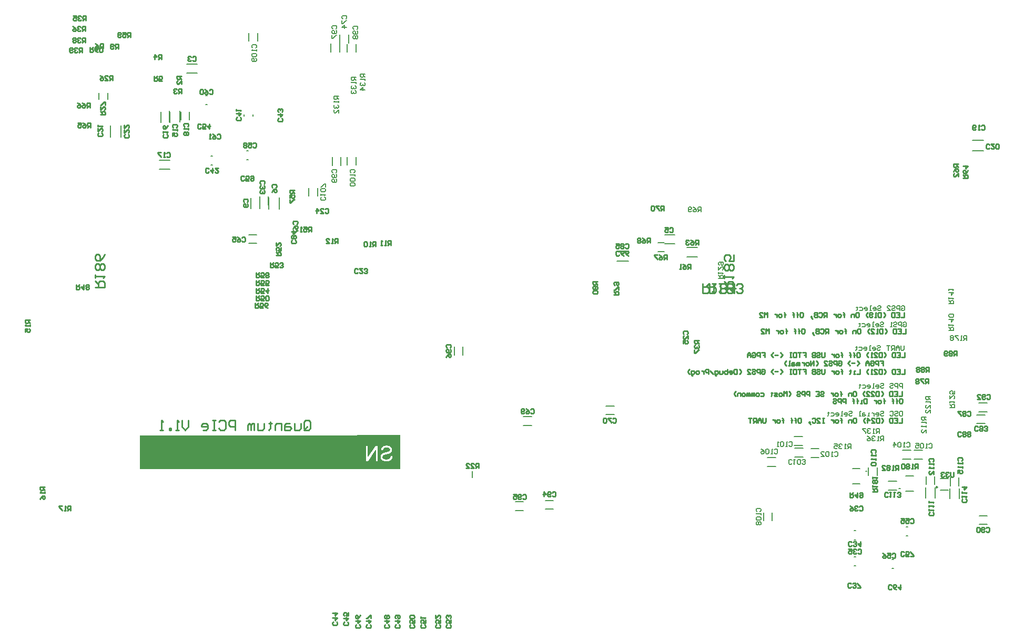
<source format=gbo>
G04*
G04 #@! TF.GenerationSoftware,Altium Limited,Altium Designer,21.6.4 (81)*
G04*
G04 Layer_Color=32896*
%FSAX25Y25*%
%MOIN*%
G70*
G04*
G04 #@! TF.SameCoordinates,7F8DAD8D-1828-4383-9AFE-05E1B4F186B9*
G04*
G04*
G04 #@! TF.FilePolarity,Positive*
G04*
G01*
G75*
%ADD10C,0.00984*%
%ADD15C,0.00787*%
%ADD16C,0.00500*%
%ADD18C,0.01000*%
%ADD20C,0.00600*%
%ADD25C,0.00900*%
%ADD26C,0.00800*%
%ADD290R,1.38976X0.21654*%
G36*
X0245079Y-0270324D02*
X0217520D01*
Y-0248671D01*
X0245079D01*
Y-0270324D01*
D02*
G37*
%LPC*%
G36*
X0230710Y-0255553D02*
X0229405D01*
X0224367Y-0263104D01*
Y-0255553D01*
X0223145D01*
Y-0265158D01*
X0224464D01*
X0229488Y-0257621D01*
Y-0265158D01*
X0230710D01*
Y-0255553D01*
D02*
G37*
G36*
X0236345Y-0255386D02*
X0236165D01*
X0236067Y-0255400D01*
X0235970D01*
X0235706Y-0255428D01*
X0235415Y-0255470D01*
X0235110Y-0255539D01*
X0234777Y-0255622D01*
X0234471Y-0255733D01*
X0234457D01*
X0234430Y-0255747D01*
X0234388Y-0255775D01*
X0234332Y-0255803D01*
X0234194Y-0255872D01*
X0234013Y-0255997D01*
X0233805Y-0256136D01*
X0233597Y-0256316D01*
X0233402Y-0256524D01*
X0233222Y-0256760D01*
Y-0256774D01*
X0233208Y-0256788D01*
X0233180Y-0256830D01*
X0233153Y-0256872D01*
X0233083Y-0257010D01*
X0233000Y-0257191D01*
X0232903Y-0257413D01*
X0232833Y-0257677D01*
X0232764Y-0257954D01*
X0232736Y-0258260D01*
X0233958Y-0258357D01*
Y-0258343D01*
Y-0258315D01*
X0233972Y-0258273D01*
X0233985Y-0258204D01*
X0234027Y-0258051D01*
X0234083Y-0257843D01*
X0234166Y-0257621D01*
X0234291Y-0257399D01*
X0234443Y-0257191D01*
X0234638Y-0256996D01*
X0234665Y-0256982D01*
X0234735Y-0256927D01*
X0234874Y-0256844D01*
X0235054Y-0256760D01*
X0235290Y-0256677D01*
X0235568Y-0256594D01*
X0235915Y-0256538D01*
X0236303Y-0256524D01*
X0236498D01*
X0236581Y-0256538D01*
X0236692Y-0256552D01*
X0236942Y-0256580D01*
X0237220Y-0256635D01*
X0237497Y-0256705D01*
X0237761Y-0256816D01*
X0237872Y-0256885D01*
X0237983Y-0256955D01*
X0238011Y-0256969D01*
X0238066Y-0257024D01*
X0238149Y-0257121D01*
X0238233Y-0257232D01*
X0238330Y-0257385D01*
X0238413Y-0257552D01*
X0238469Y-0257746D01*
X0238496Y-0257968D01*
Y-0257996D01*
Y-0258051D01*
X0238482Y-0258148D01*
X0238455Y-0258260D01*
X0238413Y-0258398D01*
X0238344Y-0258537D01*
X0238261Y-0258676D01*
X0238136Y-0258815D01*
X0238122Y-0258829D01*
X0238052Y-0258870D01*
X0237997Y-0258912D01*
X0237941Y-0258940D01*
X0237858Y-0258981D01*
X0237761Y-0259037D01*
X0237636Y-0259078D01*
X0237497Y-0259134D01*
X0237344Y-0259189D01*
X0237164Y-0259259D01*
X0236970Y-0259314D01*
X0236748Y-0259384D01*
X0236498Y-0259439D01*
X0236220Y-0259509D01*
X0236206D01*
X0236151Y-0259523D01*
X0236067Y-0259536D01*
X0235970Y-0259564D01*
X0235845Y-0259592D01*
X0235693Y-0259634D01*
X0235540Y-0259675D01*
X0235373Y-0259717D01*
X0235013Y-0259814D01*
X0234665Y-0259911D01*
X0234499Y-0259967D01*
X0234346Y-0260022D01*
X0234208Y-0260064D01*
X0234097Y-0260119D01*
X0234083D01*
X0234055Y-0260133D01*
X0234013Y-0260161D01*
X0233958Y-0260189D01*
X0233805Y-0260272D01*
X0233625Y-0260383D01*
X0233416Y-0260536D01*
X0233208Y-0260702D01*
X0233014Y-0260897D01*
X0232847Y-0261105D01*
X0232833Y-0261133D01*
X0232778Y-0261202D01*
X0232722Y-0261327D01*
X0232639Y-0261493D01*
X0232570Y-0261688D01*
X0232500Y-0261924D01*
X0232459Y-0262188D01*
X0232445Y-0262465D01*
Y-0262590D01*
X0232472Y-0262743D01*
X0232500Y-0262937D01*
X0232556Y-0263159D01*
X0232625Y-0263395D01*
X0232736Y-0263645D01*
X0232889Y-0263909D01*
Y-0263923D01*
X0232903Y-0263936D01*
X0232972Y-0264020D01*
X0233069Y-0264145D01*
X0233208Y-0264283D01*
X0233389Y-0264450D01*
X0233611Y-0264630D01*
X0233860Y-0264797D01*
X0234152Y-0264950D01*
X0234166D01*
X0234194Y-0264964D01*
X0234235Y-0264977D01*
X0234291Y-0265005D01*
X0234374Y-0265033D01*
X0234471Y-0265075D01*
X0234693Y-0265130D01*
X0234957Y-0265199D01*
X0235276Y-0265269D01*
X0235623Y-0265311D01*
X0235998Y-0265324D01*
X0236220D01*
X0236331Y-0265311D01*
X0236456D01*
X0236595Y-0265297D01*
X0236761Y-0265283D01*
X0237108Y-0265227D01*
X0237469Y-0265172D01*
X0237830Y-0265075D01*
X0238177Y-0264950D01*
X0238191D01*
X0238219Y-0264936D01*
X0238261Y-0264908D01*
X0238316Y-0264880D01*
X0238482Y-0264797D01*
X0238677Y-0264672D01*
X0238899Y-0264506D01*
X0239135Y-0264311D01*
X0239357Y-0264075D01*
X0239565Y-0263811D01*
Y-0263798D01*
X0239593Y-0263770D01*
X0239607Y-0263728D01*
X0239649Y-0263673D01*
X0239676Y-0263603D01*
X0239718Y-0263520D01*
X0239815Y-0263312D01*
X0239912Y-0263048D01*
X0239996Y-0262757D01*
X0240051Y-0262423D01*
X0240079Y-0262076D01*
X0238885Y-0261965D01*
Y-0261979D01*
Y-0261993D01*
X0238871Y-0262035D01*
Y-0262090D01*
X0238843Y-0262215D01*
X0238802Y-0262396D01*
X0238746Y-0262576D01*
X0238691Y-0262784D01*
X0238594Y-0262979D01*
X0238496Y-0263159D01*
X0238482Y-0263173D01*
X0238441Y-0263229D01*
X0238371Y-0263326D01*
X0238261Y-0263423D01*
X0238122Y-0263548D01*
X0237969Y-0263673D01*
X0237761Y-0263798D01*
X0237539Y-0263909D01*
X0237525D01*
X0237511Y-0263923D01*
X0237469Y-0263936D01*
X0237428Y-0263950D01*
X0237289Y-0263992D01*
X0237108Y-0264047D01*
X0236886Y-0264103D01*
X0236636Y-0264145D01*
X0236359Y-0264172D01*
X0236053Y-0264186D01*
X0235929D01*
X0235790Y-0264172D01*
X0235623Y-0264159D01*
X0235429Y-0264131D01*
X0235207Y-0264103D01*
X0234985Y-0264047D01*
X0234777Y-0263978D01*
X0234749Y-0263964D01*
X0234679Y-0263936D01*
X0234582Y-0263881D01*
X0234457Y-0263825D01*
X0234332Y-0263728D01*
X0234194Y-0263631D01*
X0234055Y-0263520D01*
X0233944Y-0263381D01*
X0233930Y-0263367D01*
X0233902Y-0263312D01*
X0233860Y-0263242D01*
X0233805Y-0263131D01*
X0233750Y-0263020D01*
X0233708Y-0262881D01*
X0233680Y-0262729D01*
X0233666Y-0262562D01*
Y-0262548D01*
Y-0262479D01*
X0233680Y-0262396D01*
X0233694Y-0262285D01*
X0233736Y-0262174D01*
X0233777Y-0262035D01*
X0233847Y-0261896D01*
X0233944Y-0261771D01*
X0233958Y-0261757D01*
X0233999Y-0261716D01*
X0234055Y-0261660D01*
X0234152Y-0261577D01*
X0234263Y-0261493D01*
X0234416Y-0261396D01*
X0234596Y-0261299D01*
X0234804Y-0261216D01*
X0234818Y-0261202D01*
X0234888Y-0261188D01*
X0234999Y-0261146D01*
X0235068Y-0261133D01*
X0235165Y-0261105D01*
X0235262Y-0261063D01*
X0235387Y-0261035D01*
X0235526Y-0260994D01*
X0235693Y-0260952D01*
X0235859Y-0260911D01*
X0236053Y-0260855D01*
X0236276Y-0260800D01*
X0236512Y-0260744D01*
X0236526D01*
X0236567Y-0260730D01*
X0236636Y-0260716D01*
X0236720Y-0260688D01*
X0236831Y-0260661D01*
X0236956Y-0260633D01*
X0237233Y-0260550D01*
X0237539Y-0260453D01*
X0237858Y-0260355D01*
X0238136Y-0260258D01*
X0238261Y-0260203D01*
X0238371Y-0260147D01*
X0238385D01*
X0238399Y-0260133D01*
X0238482Y-0260078D01*
X0238608Y-0260008D01*
X0238746Y-0259897D01*
X0238913Y-0259772D01*
X0239079Y-0259620D01*
X0239246Y-0259439D01*
X0239385Y-0259245D01*
X0239399Y-0259217D01*
X0239440Y-0259148D01*
X0239496Y-0259037D01*
X0239551Y-0258898D01*
X0239607Y-0258717D01*
X0239662Y-0258509D01*
X0239704Y-0258287D01*
X0239718Y-0258051D01*
Y-0258037D01*
Y-0258024D01*
Y-0257982D01*
Y-0257926D01*
X0239690Y-0257788D01*
X0239662Y-0257607D01*
X0239621Y-0257399D01*
X0239551Y-0257163D01*
X0239454Y-0256927D01*
X0239315Y-0256691D01*
Y-0256677D01*
X0239301Y-0256663D01*
X0239232Y-0256580D01*
X0239135Y-0256469D01*
X0239010Y-0256330D01*
X0238843Y-0256177D01*
X0238635Y-0256011D01*
X0238385Y-0255858D01*
X0238108Y-0255719D01*
X0238094D01*
X0238066Y-0255706D01*
X0238024Y-0255692D01*
X0237969Y-0255664D01*
X0237900Y-0255636D01*
X0237802Y-0255608D01*
X0237594Y-0255553D01*
X0237331Y-0255497D01*
X0237025Y-0255442D01*
X0236706Y-0255400D01*
X0236345Y-0255386D01*
D02*
G37*
%LPD*%
G54D10*
X0585322Y-0281567D02*
X0584583Y-0281141D01*
Y-0281993D01*
X0585322Y-0281567D01*
G54D15*
X0561877Y-0282487D02*
X0561089D01*
X0561877D01*
X0540571Y-0271732D02*
X0539783D01*
X0540571D01*
X0599119Y-0289052D02*
Y-0282467D01*
X0593322Y-0289052D02*
Y-0282467D01*
X0541715Y-0274434D02*
Y-0269268D01*
X0547227Y-0274434D02*
Y-0269268D01*
X0578110Y-0280075D02*
Y-0274909D01*
X0583622Y-0280075D02*
Y-0274909D01*
X0583765Y-0288658D02*
Y-0282074D01*
X0577967Y-0288658D02*
Y-0282074D01*
X0554353Y-0283511D02*
X0559519D01*
X0554353Y-0277999D02*
X0559519D01*
X0587192Y-0283634D02*
X0592113D01*
X0587231Y-0276351D02*
X0592152D01*
X0593464Y-0280862D02*
Y-0275696D01*
X0598976Y-0280862D02*
Y-0275696D01*
X0480628Y-0302970D02*
Y-0297804D01*
X0475116Y-0302970D02*
Y-0297804D01*
X0477732Y-0262992D02*
X0482898D01*
X0477732Y-0268504D02*
X0482898D01*
X0187008Y-0097071D02*
Y-0091905D01*
X0192520Y-0097071D02*
Y-0091905D01*
X0148995Y0001361D02*
Y0006527D01*
X0154506Y0001361D02*
Y0006527D01*
X0494661Y-0249606D02*
X0499827D01*
X0494661Y-0255118D02*
X0499827D01*
X0505094Y-0262892D02*
X0510260D01*
X0505094Y-0257380D02*
X0510260D01*
X0495055Y-0257087D02*
X0500221D01*
X0495055Y-0262598D02*
X0500221D01*
X0563362Y-0258363D02*
X0568528D01*
X0563362Y-0263875D02*
X0568528D01*
X0570744Y-0263878D02*
X0575910D01*
X0570744Y-0258366D02*
X0575910D01*
X0212205Y0000173D02*
Y0005339D01*
X0206693Y0000173D02*
Y0005339D01*
X0206594Y-0005536D02*
Y-0000370D01*
X0201083Y-0005536D02*
Y-0000370D01*
X0216929Y-0005733D02*
Y-0000567D01*
X0211417Y-0005733D02*
Y-0000567D01*
X0201781Y-0077583D02*
Y-0072417D01*
X0207293Y-0077583D02*
Y-0072417D01*
X0211417Y-0077386D02*
Y-0072220D01*
X0216929Y-0077386D02*
Y-0072220D01*
X0408268Y-0126772D02*
X0412205D01*
X0408268Y-0132327D02*
X0412205D01*
X0412456Y-0127308D02*
X0419040D01*
X0412456Y-0121511D02*
X0419040D01*
X0426544Y-0135576D02*
X0433299D01*
X0426544Y-0129779D02*
X0433299D01*
X0054025Y-0035531D02*
Y-0031594D01*
X0059580Y-0035531D02*
Y-0031594D01*
X0109700Y-0019040D02*
X0116284D01*
X0109700Y-0013243D02*
X0116284D01*
X0092377Y-0080064D02*
X0098962D01*
X0092377Y-0074267D02*
X0098962D01*
X0105905Y-0048782D02*
Y-0043616D01*
X0111417Y-0048782D02*
Y-0043616D01*
X0279134Y-0197859D02*
Y-0192693D01*
X0284646Y-0197859D02*
Y-0192693D01*
X0336787Y-0295669D02*
X0341953D01*
X0336787Y-0290158D02*
X0341953D01*
X0317889Y-0296457D02*
X0323055D01*
X0317889Y-0290945D02*
X0323055D01*
X0323008Y-0242520D02*
X0328173D01*
X0323008Y-0237008D02*
X0328173D01*
X0375370Y-0230217D02*
X0380536D01*
X0375370Y-0235728D02*
X0380536D01*
X0556595Y-0327461D02*
X0557579D01*
X0556595Y-0333169D02*
X0557579D01*
X0532727Y-0331692D02*
X0533711D01*
X0532727Y-0325983D02*
X0533711D01*
X0565650Y-0312697D02*
X0566634D01*
X0565650Y-0306988D02*
X0566634D01*
X0532727Y-0315127D02*
X0533711D01*
X0532727Y-0309418D02*
X0533711D01*
X0121555Y-0033366D02*
X0122539D01*
X0121555Y-0039075D02*
X0122539D01*
X0124911Y-0077429D02*
X0125896D01*
X0124911Y-0071720D02*
X0125896D01*
X0147541Y-0073927D02*
X0148525D01*
X0147541Y-0068218D02*
X0148525D01*
X0151486Y-0046210D02*
Y-0045226D01*
X0145778Y-0046210D02*
Y-0045226D01*
X0610409Y-0235827D02*
X0615575D01*
X0610409Y-0241339D02*
X0615575D01*
X0611743Y-0228346D02*
X0616909D01*
X0611743Y-0233858D02*
X0616909D01*
X0611767Y-0300098D02*
X0616777D01*
X0611767Y-0305413D02*
X0616777D01*
X0382413Y-0131791D02*
X0389500D01*
X0382413Y-0138287D02*
X0389500D01*
X0067776Y-0059517D02*
Y-0052430D01*
X0061279Y-0059517D02*
Y-0052430D01*
X0093164Y-0050143D02*
Y-0043558D01*
X0098962Y-0050143D02*
Y-0043558D01*
X0105217Y-0050000D02*
Y-0042913D01*
X0098721Y-0050000D02*
Y-0042913D01*
X0607480Y-0061713D02*
X0614567D01*
X0607480Y-0068209D02*
X0614567D01*
X0148909Y-0126870D02*
X0153919D01*
X0148909Y-0121555D02*
X0153919D01*
X0161713Y-0105118D02*
Y-0098032D01*
X0168209Y-0105118D02*
Y-0098032D01*
X0156048Y-0104867D02*
Y-0098282D01*
X0150251Y-0104867D02*
Y-0098282D01*
X0155905Y-0102573D02*
Y-0097407D01*
X0161417Y-0102573D02*
Y-0097407D01*
G54D16*
X0565420Y-0284377D02*
X0570145D01*
X0565420Y-0274692D02*
X0570145D01*
X0531516Y-0269843D02*
X0536240D01*
X0531516Y-0279528D02*
X0536240D01*
G54D18*
X0183911Y-0244440D02*
Y-0240375D01*
X0184927Y-0239359D01*
X0186960D01*
X0187976Y-0240375D01*
Y-0244440D01*
X0186960Y-0245457D01*
X0184927D01*
X0185944Y-0243424D02*
X0183911Y-0245457D01*
X0184927D02*
X0183911Y-0244440D01*
X0181878Y-0241391D02*
Y-0244440D01*
X0180862Y-0245457D01*
X0177813D01*
Y-0241391D01*
X0174764D02*
X0172731D01*
X0171715Y-0242408D01*
Y-0245457D01*
X0174764D01*
X0175780Y-0244440D01*
X0174764Y-0243424D01*
X0171715D01*
X0169682Y-0245457D02*
Y-0241391D01*
X0166633D01*
X0165617Y-0242408D01*
Y-0245457D01*
X0162568Y-0240375D02*
Y-0241391D01*
X0163584D01*
X0161552D01*
X0162568D01*
Y-0244440D01*
X0161552Y-0245457D01*
X0158503Y-0241391D02*
Y-0244440D01*
X0157486Y-0245457D01*
X0154437D01*
Y-0241391D01*
X0152404Y-0245457D02*
Y-0241391D01*
X0151388D01*
X0150372Y-0242408D01*
Y-0245457D01*
Y-0242408D01*
X0149355Y-0241391D01*
X0148339Y-0242408D01*
Y-0245457D01*
X0140208D02*
Y-0239359D01*
X0137160D01*
X0136143Y-0240375D01*
Y-0242408D01*
X0137160Y-0243424D01*
X0140208D01*
X0130045Y-0240375D02*
X0131061Y-0239359D01*
X0133094D01*
X0134110Y-0240375D01*
Y-0244440D01*
X0133094Y-0245457D01*
X0131061D01*
X0130045Y-0244440D01*
X0128012Y-0239359D02*
X0125980D01*
X0126996D01*
Y-0245457D01*
X0128012D01*
X0125980D01*
X0119882D02*
X0121914D01*
X0122931Y-0244440D01*
Y-0242408D01*
X0121914Y-0241391D01*
X0119882D01*
X0118865Y-0242408D01*
Y-0243424D01*
X0122931D01*
X0110735Y-0239359D02*
Y-0243424D01*
X0108702Y-0245457D01*
X0106669Y-0243424D01*
Y-0239359D01*
X0104637Y-0245457D02*
X0102604D01*
X0103620D01*
Y-0239359D01*
X0104637Y-0240375D01*
X0099555Y-0245457D02*
Y-0244440D01*
X0098539D01*
Y-0245457D01*
X0099555D01*
X0094473D02*
X0092441D01*
X0093457D01*
Y-0239359D01*
X0094473Y-0240375D01*
X0562893Y-0221053D02*
Y-0224052D01*
X0560893D01*
X0557894Y-0221053D02*
X0559894D01*
Y-0224052D01*
X0557894D01*
X0559894Y-0222552D02*
X0558894D01*
X0556895Y-0221053D02*
Y-0224052D01*
X0555395D01*
X0554895Y-0223552D01*
Y-0221553D01*
X0555395Y-0221053D01*
X0556895D01*
X0549897Y-0224052D02*
X0550897Y-0223052D01*
Y-0222053D01*
X0549897Y-0221053D01*
X0548397D02*
Y-0224052D01*
X0546898D01*
X0546398Y-0223552D01*
Y-0221553D01*
X0546898Y-0221053D01*
X0548397D01*
X0543399Y-0224052D02*
X0545398D01*
X0543399Y-0222053D01*
Y-0221553D01*
X0543899Y-0221053D01*
X0544899D01*
X0545398Y-0221553D01*
X0540400Y-0224052D02*
X0542399D01*
X0540400Y-0222053D01*
Y-0221553D01*
X0540900Y-0221053D01*
X0541900D01*
X0542399Y-0221553D01*
X0539400Y-0224052D02*
X0538401Y-0223052D01*
Y-0222053D01*
X0539400Y-0221053D01*
X0532403D02*
X0533402D01*
X0533902Y-0221553D01*
Y-0223552D01*
X0533402Y-0224052D01*
X0532403D01*
X0531903Y-0223552D01*
Y-0221553D01*
X0532403Y-0221053D01*
X0530903Y-0224052D02*
Y-0222053D01*
X0529404D01*
X0528904Y-0222552D01*
Y-0224052D01*
X0524405D02*
Y-0221553D01*
Y-0222552D01*
X0524905D01*
X0523905D01*
X0524405D01*
Y-0221553D01*
X0523905Y-0221053D01*
X0521906Y-0224052D02*
X0520906D01*
X0520406Y-0223552D01*
Y-0222552D01*
X0520906Y-0222053D01*
X0521906D01*
X0522406Y-0222552D01*
Y-0223552D01*
X0521906Y-0224052D01*
X0519407Y-0222053D02*
Y-0224052D01*
Y-0223052D01*
X0518907Y-0222552D01*
X0518407Y-0222053D01*
X0517907D01*
X0511410Y-0221553D02*
X0511909Y-0221053D01*
X0512909D01*
X0513409Y-0221553D01*
Y-0222053D01*
X0512909Y-0222552D01*
X0511909D01*
X0511410Y-0223052D01*
Y-0223552D01*
X0511909Y-0224052D01*
X0512909D01*
X0513409Y-0223552D01*
X0508410Y-0221053D02*
X0510410D01*
Y-0224052D01*
X0508410D01*
X0510410Y-0222552D02*
X0509410D01*
X0504412Y-0224052D02*
Y-0221053D01*
X0502912D01*
X0502412Y-0221553D01*
Y-0222552D01*
X0502912Y-0223052D01*
X0504412D01*
X0501413Y-0224052D02*
Y-0221053D01*
X0499913D01*
X0499413Y-0221553D01*
Y-0222552D01*
X0499913Y-0223052D01*
X0501413D01*
X0496414Y-0221553D02*
X0496914Y-0221053D01*
X0497914D01*
X0498414Y-0221553D01*
Y-0222053D01*
X0497914Y-0222552D01*
X0496914D01*
X0496414Y-0223052D01*
Y-0223552D01*
X0496914Y-0224052D01*
X0497914D01*
X0498414Y-0223552D01*
X0491416Y-0224052D02*
X0492416Y-0223052D01*
Y-0222053D01*
X0491416Y-0221053D01*
X0489916Y-0224052D02*
Y-0221053D01*
X0488917Y-0222053D01*
X0487917Y-0221053D01*
Y-0224052D01*
X0486417D02*
X0485418D01*
X0484918Y-0223552D01*
Y-0222552D01*
X0485418Y-0222053D01*
X0486417D01*
X0486917Y-0222552D01*
Y-0223552D01*
X0486417Y-0224052D01*
X0483918D02*
X0482419D01*
X0481919Y-0223552D01*
X0482419Y-0223052D01*
X0483419D01*
X0483918Y-0222552D01*
X0483419Y-0222053D01*
X0481919D01*
X0480419Y-0221553D02*
Y-0222053D01*
X0480919D01*
X0479920D01*
X0480419D01*
Y-0223552D01*
X0479920Y-0224052D01*
X0473422Y-0222053D02*
X0474921D01*
X0475421Y-0222552D01*
Y-0223552D01*
X0474921Y-0224052D01*
X0473422D01*
X0471922D02*
X0470923D01*
X0470423Y-0223552D01*
Y-0222552D01*
X0470923Y-0222053D01*
X0471922D01*
X0472422Y-0222552D01*
Y-0223552D01*
X0471922Y-0224052D01*
X0469423D02*
Y-0222053D01*
X0468923D01*
X0468423Y-0222552D01*
Y-0224052D01*
Y-0222552D01*
X0467923Y-0222053D01*
X0467424Y-0222552D01*
Y-0224052D01*
X0466424D02*
Y-0222053D01*
X0465924D01*
X0465424Y-0222552D01*
Y-0224052D01*
Y-0222552D01*
X0464924Y-0222053D01*
X0464425Y-0222552D01*
Y-0224052D01*
X0462925D02*
X0461926D01*
X0461426Y-0223552D01*
Y-0222552D01*
X0461926Y-0222053D01*
X0462925D01*
X0463425Y-0222552D01*
Y-0223552D01*
X0462925Y-0224052D01*
X0460426D02*
Y-0222053D01*
X0458926D01*
X0458427Y-0222552D01*
Y-0224052D01*
X0457427D02*
X0456427Y-0223052D01*
Y-0222053D01*
X0457427Y-0221053D01*
X0561610Y-0225465D02*
X0562609D01*
X0563109Y-0225964D01*
Y-0227964D01*
X0562609Y-0228464D01*
X0561610D01*
X0561110Y-0227964D01*
Y-0225964D01*
X0561610Y-0225465D01*
X0559610Y-0228464D02*
Y-0225964D01*
Y-0226964D01*
X0560110D01*
X0559111D01*
X0559610D01*
Y-0225964D01*
X0559111Y-0225465D01*
X0557111Y-0228464D02*
Y-0225964D01*
Y-0226964D01*
X0557611D01*
X0556611D01*
X0557111D01*
Y-0225964D01*
X0556611Y-0225465D01*
X0551613Y-0228464D02*
Y-0225964D01*
Y-0226964D01*
X0552113D01*
X0551113D01*
X0551613D01*
Y-0225964D01*
X0551113Y-0225465D01*
X0549114Y-0228464D02*
X0548114D01*
X0547614Y-0227964D01*
Y-0226964D01*
X0548114Y-0226464D01*
X0549114D01*
X0549614Y-0226964D01*
Y-0227964D01*
X0549114Y-0228464D01*
X0546615Y-0226464D02*
Y-0228464D01*
Y-0227464D01*
X0546115Y-0226964D01*
X0545615Y-0226464D01*
X0545115D01*
X0540617Y-0225465D02*
Y-0228464D01*
X0539117D01*
X0538617Y-0227964D01*
Y-0225964D01*
X0539117Y-0225465D01*
X0540617D01*
X0537617Y-0228464D02*
X0536618D01*
X0537118D01*
Y-0226464D01*
X0537617D01*
X0534619Y-0228464D02*
Y-0225964D01*
Y-0226964D01*
X0535118D01*
X0534119D01*
X0534619D01*
Y-0225964D01*
X0534119Y-0225465D01*
X0532119Y-0228464D02*
Y-0225964D01*
Y-0226964D01*
X0532619D01*
X0531620D01*
X0532119D01*
Y-0225964D01*
X0531620Y-0225465D01*
X0527121Y-0228464D02*
Y-0225465D01*
X0525621D01*
X0525122Y-0225964D01*
Y-0226964D01*
X0525621Y-0227464D01*
X0527121D01*
X0524122Y-0228464D02*
Y-0225465D01*
X0522622D01*
X0522122Y-0225964D01*
Y-0226964D01*
X0522622Y-0227464D01*
X0524122D01*
X0519124Y-0225964D02*
X0519623Y-0225465D01*
X0520623D01*
X0521123Y-0225964D01*
Y-0226464D01*
X0520623Y-0226964D01*
X0519623D01*
X0519124Y-0227464D01*
Y-0227964D01*
X0519623Y-0228464D01*
X0520623D01*
X0521123Y-0227964D01*
X0564748Y-0196395D02*
Y-0199394D01*
X0562749D01*
X0559750Y-0196395D02*
X0561749D01*
Y-0199394D01*
X0559750D01*
X0561749Y-0197894D02*
X0560749D01*
X0558750Y-0196395D02*
Y-0199394D01*
X0557250D01*
X0556751Y-0198894D01*
Y-0196895D01*
X0557250Y-0196395D01*
X0558750D01*
X0551752Y-0199394D02*
X0552752Y-0198394D01*
Y-0197394D01*
X0551752Y-0196395D01*
X0550253D02*
Y-0199394D01*
X0548753D01*
X0548253Y-0198894D01*
Y-0196895D01*
X0548753Y-0196395D01*
X0550253D01*
X0545254Y-0199394D02*
X0547254D01*
X0545254Y-0197394D01*
Y-0196895D01*
X0545754Y-0196395D01*
X0546754D01*
X0547254Y-0196895D01*
X0544255Y-0199394D02*
X0543255D01*
X0543755D01*
Y-0196395D01*
X0544255Y-0196895D01*
X0541755Y-0199394D02*
X0540756Y-0198394D01*
Y-0197394D01*
X0541755Y-0196395D01*
X0534758D02*
X0535757D01*
X0536257Y-0196895D01*
Y-0198894D01*
X0535757Y-0199394D01*
X0534758D01*
X0534258Y-0198894D01*
Y-0196895D01*
X0534758Y-0196395D01*
X0532758Y-0199394D02*
Y-0196895D01*
Y-0197894D01*
X0533258D01*
X0532259D01*
X0532758D01*
Y-0196895D01*
X0532259Y-0196395D01*
X0530259Y-0199394D02*
Y-0196895D01*
Y-0197894D01*
X0530759D01*
X0529759D01*
X0530259D01*
Y-0196895D01*
X0529759Y-0196395D01*
X0524761Y-0199394D02*
Y-0196895D01*
Y-0197894D01*
X0525261D01*
X0524261D01*
X0524761D01*
Y-0196895D01*
X0524261Y-0196395D01*
X0522262Y-0199394D02*
X0521262D01*
X0520762Y-0198894D01*
Y-0197894D01*
X0521262Y-0197394D01*
X0522262D01*
X0522762Y-0197894D01*
Y-0198894D01*
X0522262Y-0199394D01*
X0519763Y-0197394D02*
Y-0199394D01*
Y-0198394D01*
X0519263Y-0197894D01*
X0518763Y-0197394D01*
X0518263D01*
X0513764Y-0196395D02*
Y-0198894D01*
X0513265Y-0199394D01*
X0512265D01*
X0511765Y-0198894D01*
Y-0196395D01*
X0508766Y-0196895D02*
X0509266Y-0196395D01*
X0510266D01*
X0510766Y-0196895D01*
Y-0197394D01*
X0510266Y-0197894D01*
X0509266D01*
X0508766Y-0198394D01*
Y-0198894D01*
X0509266Y-0199394D01*
X0510266D01*
X0510766Y-0198894D01*
X0507766Y-0196395D02*
Y-0199394D01*
X0506267D01*
X0505767Y-0198894D01*
Y-0198394D01*
X0506267Y-0197894D01*
X0507766D01*
X0506267D01*
X0505767Y-0197394D01*
Y-0196895D01*
X0506267Y-0196395D01*
X0507766D01*
X0499769D02*
X0501768D01*
Y-0197894D01*
X0500769D01*
X0501768D01*
Y-0199394D01*
X0498769Y-0196395D02*
X0496770D01*
X0497770D01*
Y-0199394D01*
X0495770Y-0196395D02*
Y-0199394D01*
X0494271D01*
X0493771Y-0198894D01*
Y-0196895D01*
X0494271Y-0196395D01*
X0495770D01*
X0492771D02*
X0491772D01*
X0492272D01*
Y-0199394D01*
X0492771D01*
X0491772D01*
X0485774D02*
X0487273Y-0197894D01*
X0485774Y-0196395D01*
X0484274Y-0197894D02*
X0482275D01*
X0481275Y-0199394D02*
X0479775Y-0197894D01*
X0481275Y-0196395D01*
X0473777D02*
X0475777D01*
Y-0197894D01*
X0474777D01*
X0475777D01*
Y-0199394D01*
X0472778D02*
Y-0196395D01*
X0471278D01*
X0470778Y-0196895D01*
Y-0197894D01*
X0471278Y-0198394D01*
X0472778D01*
X0467779Y-0196895D02*
X0468279Y-0196395D01*
X0469279D01*
X0469779Y-0196895D01*
Y-0198894D01*
X0469279Y-0199394D01*
X0468279D01*
X0467779Y-0198894D01*
Y-0197894D01*
X0468779D01*
X0466780Y-0199394D02*
Y-0197394D01*
X0465780Y-0196395D01*
X0464780Y-0197394D01*
Y-0199394D01*
Y-0197894D01*
X0466780D01*
X0564748Y-0206812D02*
Y-0209811D01*
X0562749D01*
X0559750Y-0206812D02*
X0561749D01*
Y-0209811D01*
X0559750D01*
X0561749Y-0208312D02*
X0560749D01*
X0558750Y-0206812D02*
Y-0209811D01*
X0557250D01*
X0556751Y-0209312D01*
Y-0207312D01*
X0557250Y-0206812D01*
X0558750D01*
X0551752Y-0209811D02*
X0552752Y-0208812D01*
Y-0207812D01*
X0551752Y-0206812D01*
X0550253D02*
Y-0209811D01*
X0548753D01*
X0548253Y-0209312D01*
Y-0207312D01*
X0548753Y-0206812D01*
X0550253D01*
X0545254Y-0209811D02*
X0547254D01*
X0545254Y-0207812D01*
Y-0207312D01*
X0545754Y-0206812D01*
X0546754D01*
X0547254Y-0207312D01*
X0544255Y-0209811D02*
X0543255D01*
X0543755D01*
Y-0206812D01*
X0544255Y-0207312D01*
X0541755Y-0209811D02*
X0540756Y-0208812D01*
Y-0207812D01*
X0541755Y-0206812D01*
X0536257D02*
Y-0209811D01*
X0534258D01*
X0533258D02*
X0532259D01*
X0532758D01*
Y-0207812D01*
X0533258D01*
X0530259Y-0207312D02*
Y-0207812D01*
X0530759D01*
X0529759D01*
X0530259D01*
Y-0209312D01*
X0529759Y-0209811D01*
X0524761D02*
Y-0207312D01*
Y-0208312D01*
X0525261D01*
X0524261D01*
X0524761D01*
Y-0207312D01*
X0524261Y-0206812D01*
X0522262Y-0209811D02*
X0521262D01*
X0520762Y-0209312D01*
Y-0208312D01*
X0521262Y-0207812D01*
X0522262D01*
X0522762Y-0208312D01*
Y-0209312D01*
X0522262Y-0209811D01*
X0519763Y-0207812D02*
Y-0209811D01*
Y-0208812D01*
X0519263Y-0208312D01*
X0518763Y-0207812D01*
X0518263D01*
X0513764Y-0206812D02*
Y-0209312D01*
X0513265Y-0209811D01*
X0512265D01*
X0511765Y-0209312D01*
Y-0206812D01*
X0508766Y-0207312D02*
X0509266Y-0206812D01*
X0510266D01*
X0510766Y-0207312D01*
Y-0207812D01*
X0510266Y-0208312D01*
X0509266D01*
X0508766Y-0208812D01*
Y-0209312D01*
X0509266Y-0209811D01*
X0510266D01*
X0510766Y-0209312D01*
X0507766Y-0206812D02*
Y-0209811D01*
X0506267D01*
X0505767Y-0209312D01*
Y-0208812D01*
X0506267Y-0208312D01*
X0507766D01*
X0506267D01*
X0505767Y-0207812D01*
Y-0207312D01*
X0506267Y-0206812D01*
X0507766D01*
X0499769D02*
X0501768D01*
Y-0208312D01*
X0500769D01*
X0501768D01*
Y-0209811D01*
X0498769Y-0206812D02*
X0496770D01*
X0497770D01*
Y-0209811D01*
X0495770Y-0206812D02*
Y-0209811D01*
X0494271D01*
X0493771Y-0209312D01*
Y-0207312D01*
X0494271Y-0206812D01*
X0495770D01*
X0492771D02*
X0491772D01*
X0492272D01*
Y-0209811D01*
X0492771D01*
X0491772D01*
X0485774D02*
X0487273Y-0208312D01*
X0485774Y-0206812D01*
X0484274Y-0208312D02*
X0482275D01*
X0481275Y-0209811D02*
X0479775Y-0208312D01*
X0481275Y-0206812D01*
X0473777Y-0207312D02*
X0474277Y-0206812D01*
X0475277D01*
X0475777Y-0207312D01*
Y-0209312D01*
X0475277Y-0209811D01*
X0474277D01*
X0473777Y-0209312D01*
Y-0208312D01*
X0474777D01*
X0472778Y-0209811D02*
Y-0206812D01*
X0471278D01*
X0470778Y-0207312D01*
Y-0208312D01*
X0471278Y-0208812D01*
X0472778D01*
X0467779Y-0207312D02*
X0468279Y-0206812D01*
X0469279D01*
X0469779Y-0207312D01*
Y-0207812D01*
X0469279Y-0208312D01*
X0468279D01*
X0467779Y-0208812D01*
Y-0209312D01*
X0468279Y-0209811D01*
X0469279D01*
X0469779Y-0209312D01*
X0464780Y-0209811D02*
X0466780D01*
X0464780Y-0207812D01*
Y-0207312D01*
X0465280Y-0206812D01*
X0466280D01*
X0466780Y-0207312D01*
X0459782Y-0209811D02*
X0460782Y-0208812D01*
Y-0207812D01*
X0459782Y-0206812D01*
X0458283D02*
Y-0209811D01*
X0456783D01*
X0456283Y-0209312D01*
Y-0207312D01*
X0456783Y-0206812D01*
X0458283D01*
X0453784Y-0209811D02*
X0454784D01*
X0455283Y-0209312D01*
Y-0208312D01*
X0454784Y-0207812D01*
X0453784D01*
X0453284Y-0208312D01*
Y-0208812D01*
X0455283D01*
X0452284Y-0206812D02*
Y-0209811D01*
X0450785D01*
X0450285Y-0209312D01*
Y-0208812D01*
Y-0208312D01*
X0450785Y-0207812D01*
X0452284D01*
X0449285D02*
Y-0209312D01*
X0448785Y-0209811D01*
X0447286D01*
Y-0207812D01*
X0445287Y-0210811D02*
X0444787D01*
X0444287Y-0210311D01*
Y-0207812D01*
X0445787D01*
X0446286Y-0208312D01*
Y-0209312D01*
X0445787Y-0209811D01*
X0444287D01*
X0443287D02*
X0441288Y-0207812D01*
X0440288Y-0209811D02*
Y-0206812D01*
X0438789D01*
X0438289Y-0207312D01*
Y-0208312D01*
X0438789Y-0208812D01*
X0440288D01*
X0437289Y-0207812D02*
Y-0209811D01*
Y-0208812D01*
X0436789Y-0208312D01*
X0436290Y-0207812D01*
X0435790D01*
X0433790Y-0209811D02*
X0432791D01*
X0432291Y-0209312D01*
Y-0208312D01*
X0432791Y-0207812D01*
X0433790D01*
X0434290Y-0208312D01*
Y-0209312D01*
X0433790Y-0209811D01*
X0430292Y-0210811D02*
X0429792D01*
X0429292Y-0210311D01*
Y-0207812D01*
X0430791D01*
X0431291Y-0208312D01*
Y-0209312D01*
X0430791Y-0209811D01*
X0429292D01*
X0428292D02*
X0427292Y-0208812D01*
Y-0207812D01*
X0428292Y-0206812D01*
X0562957Y-0237834D02*
Y-0240833D01*
X0560957D01*
X0557958Y-0237834D02*
X0559958D01*
Y-0240833D01*
X0557958D01*
X0559958Y-0239333D02*
X0558958D01*
X0556959Y-0237834D02*
Y-0240833D01*
X0555459D01*
X0554959Y-0240333D01*
Y-0238334D01*
X0555459Y-0237834D01*
X0556959D01*
X0549961Y-0240833D02*
X0550961Y-0239833D01*
Y-0238833D01*
X0549961Y-0237834D01*
X0548461D02*
Y-0240833D01*
X0546962D01*
X0546462Y-0240333D01*
Y-0238334D01*
X0546962Y-0237834D01*
X0548461D01*
X0543463Y-0240833D02*
X0545462D01*
X0543463Y-0238833D01*
Y-0238334D01*
X0543963Y-0237834D01*
X0544963D01*
X0545462Y-0238334D01*
X0540964Y-0240833D02*
Y-0237834D01*
X0542463Y-0239333D01*
X0540464D01*
X0539464Y-0240833D02*
X0538465Y-0239833D01*
Y-0238833D01*
X0539464Y-0237834D01*
X0532467D02*
X0533466D01*
X0533966Y-0238334D01*
Y-0240333D01*
X0533466Y-0240833D01*
X0532467D01*
X0531967Y-0240333D01*
Y-0238334D01*
X0532467Y-0237834D01*
X0530967Y-0240833D02*
Y-0238833D01*
X0529468D01*
X0528968Y-0239333D01*
Y-0240833D01*
X0524469D02*
Y-0238334D01*
Y-0239333D01*
X0524969D01*
X0523969D01*
X0524469D01*
Y-0238334D01*
X0523969Y-0237834D01*
X0521970Y-0240833D02*
X0520970D01*
X0520471Y-0240333D01*
Y-0239333D01*
X0520970Y-0238833D01*
X0521970D01*
X0522470Y-0239333D01*
Y-0240333D01*
X0521970Y-0240833D01*
X0519471Y-0238833D02*
Y-0240833D01*
Y-0239833D01*
X0518971Y-0239333D01*
X0518471Y-0238833D01*
X0517971D01*
X0513473Y-0237834D02*
X0512473D01*
X0512973D01*
Y-0240833D01*
X0513473D01*
X0512473D01*
X0508974D02*
X0510974D01*
X0508974Y-0238833D01*
Y-0238334D01*
X0509474Y-0237834D01*
X0510474D01*
X0510974Y-0238334D01*
X0505975D02*
X0506475Y-0237834D01*
X0507475D01*
X0507974Y-0238334D01*
Y-0240333D01*
X0507475Y-0240833D01*
X0506475D01*
X0505975Y-0240333D01*
X0504476Y-0241333D02*
X0503976Y-0240833D01*
Y-0240333D01*
X0504476D01*
Y-0240833D01*
X0503976D01*
X0504476Y-0241333D01*
X0504976Y-0241832D01*
X0497478Y-0237834D02*
X0498478D01*
X0498977Y-0238334D01*
Y-0240333D01*
X0498478Y-0240833D01*
X0497478D01*
X0496978Y-0240333D01*
Y-0238334D01*
X0497478Y-0237834D01*
X0495479Y-0240833D02*
Y-0238334D01*
Y-0239333D01*
X0495978D01*
X0494979D01*
X0495479D01*
Y-0238334D01*
X0494979Y-0237834D01*
X0492979Y-0240833D02*
Y-0238334D01*
Y-0239333D01*
X0493479D01*
X0492480D01*
X0492979D01*
Y-0238334D01*
X0492480Y-0237834D01*
X0487481Y-0240833D02*
Y-0238334D01*
Y-0239333D01*
X0487981D01*
X0486981D01*
X0487481D01*
Y-0238334D01*
X0486981Y-0237834D01*
X0484982Y-0240833D02*
X0483982D01*
X0483483Y-0240333D01*
Y-0239333D01*
X0483982Y-0238833D01*
X0484982D01*
X0485482Y-0239333D01*
Y-0240333D01*
X0484982Y-0240833D01*
X0482483Y-0238833D02*
Y-0240833D01*
Y-0239833D01*
X0481983Y-0239333D01*
X0481483Y-0238833D01*
X0480983D01*
X0476485Y-0237834D02*
Y-0240333D01*
X0475985Y-0240833D01*
X0474985D01*
X0474485Y-0240333D01*
Y-0237834D01*
X0473486Y-0240833D02*
Y-0238833D01*
X0472486Y-0237834D01*
X0471486Y-0238833D01*
Y-0240833D01*
Y-0239333D01*
X0473486D01*
X0470487Y-0240833D02*
Y-0237834D01*
X0468987D01*
X0468487Y-0238334D01*
Y-0239333D01*
X0468987Y-0239833D01*
X0470487D01*
X0469487D02*
X0468487Y-0240833D01*
X0467488Y-0237834D02*
X0465488D01*
X0466488D01*
Y-0240833D01*
X0564136Y-0170921D02*
Y-0173919D01*
X0562137D01*
X0559138Y-0170921D02*
X0561137D01*
Y-0173919D01*
X0559138D01*
X0561137Y-0172420D02*
X0560137D01*
X0558138Y-0170921D02*
Y-0173919D01*
X0556638D01*
X0556139Y-0173420D01*
Y-0171420D01*
X0556638Y-0170921D01*
X0558138D01*
X0551140Y-0173919D02*
X0552140Y-0172920D01*
Y-0171920D01*
X0551140Y-0170921D01*
X0549641D02*
Y-0173919D01*
X0548141D01*
X0547641Y-0173420D01*
Y-0171420D01*
X0548141Y-0170921D01*
X0549641D01*
X0546642Y-0173919D02*
X0545642D01*
X0546142D01*
Y-0170921D01*
X0546642Y-0171420D01*
X0544142Y-0173420D02*
X0543643Y-0173919D01*
X0542643D01*
X0542143Y-0173420D01*
Y-0171420D01*
X0542643Y-0170921D01*
X0543643D01*
X0544142Y-0171420D01*
Y-0171920D01*
X0543643Y-0172420D01*
X0542143D01*
X0541143Y-0173919D02*
X0540144Y-0172920D01*
Y-0171920D01*
X0541143Y-0170921D01*
X0534146D02*
X0535145D01*
X0535645Y-0171420D01*
Y-0173420D01*
X0535145Y-0173919D01*
X0534146D01*
X0533646Y-0173420D01*
Y-0171420D01*
X0534146Y-0170921D01*
X0532646Y-0173919D02*
Y-0171920D01*
X0531147D01*
X0530647Y-0172420D01*
Y-0173919D01*
X0526148D02*
Y-0171420D01*
Y-0172420D01*
X0526648D01*
X0525648D01*
X0526148D01*
Y-0171420D01*
X0525648Y-0170921D01*
X0523649Y-0173919D02*
X0522649D01*
X0522150Y-0173420D01*
Y-0172420D01*
X0522649Y-0171920D01*
X0523649D01*
X0524149Y-0172420D01*
Y-0173420D01*
X0523649Y-0173919D01*
X0521150Y-0171920D02*
Y-0173919D01*
Y-0172920D01*
X0520650Y-0172420D01*
X0520150Y-0171920D01*
X0519650D01*
X0515152Y-0173919D02*
Y-0170921D01*
X0513652D01*
X0513153Y-0171420D01*
Y-0172420D01*
X0513652Y-0172920D01*
X0515152D01*
X0514152D02*
X0513153Y-0173919D01*
X0510153Y-0171420D02*
X0510653Y-0170921D01*
X0511653D01*
X0512153Y-0171420D01*
Y-0173420D01*
X0511653Y-0173919D01*
X0510653D01*
X0510153Y-0173420D01*
X0509154Y-0170921D02*
Y-0173919D01*
X0507654D01*
X0507154Y-0173420D01*
Y-0172920D01*
X0507654Y-0172420D01*
X0509154D01*
X0507654D01*
X0507154Y-0171920D01*
Y-0171420D01*
X0507654Y-0170921D01*
X0509154D01*
X0505655Y-0174419D02*
X0505155Y-0173919D01*
Y-0173420D01*
X0505655D01*
Y-0173919D01*
X0505155D01*
X0505655Y-0174419D01*
X0506155Y-0174919D01*
X0498657Y-0170921D02*
X0499657D01*
X0500157Y-0171420D01*
Y-0173420D01*
X0499657Y-0173919D01*
X0498657D01*
X0498157Y-0173420D01*
Y-0171420D01*
X0498657Y-0170921D01*
X0496658Y-0173919D02*
Y-0171420D01*
Y-0172420D01*
X0497158D01*
X0496158D01*
X0496658D01*
Y-0171420D01*
X0496158Y-0170921D01*
X0494159Y-0173919D02*
Y-0171420D01*
Y-0172420D01*
X0494658D01*
X0493659D01*
X0494159D01*
Y-0171420D01*
X0493659Y-0170921D01*
X0488660Y-0173919D02*
Y-0171420D01*
Y-0172420D01*
X0489160D01*
X0488161D01*
X0488660D01*
Y-0171420D01*
X0488161Y-0170921D01*
X0486161Y-0173919D02*
X0485161D01*
X0484662Y-0173420D01*
Y-0172420D01*
X0485161Y-0171920D01*
X0486161D01*
X0486661Y-0172420D01*
Y-0173420D01*
X0486161Y-0173919D01*
X0483662Y-0171920D02*
Y-0173919D01*
Y-0172920D01*
X0483162Y-0172420D01*
X0482662Y-0171920D01*
X0482163D01*
X0477664Y-0173919D02*
Y-0170921D01*
X0476664Y-0171920D01*
X0475665Y-0170921D01*
Y-0173919D01*
X0472666D02*
X0474665D01*
X0472666Y-0171920D01*
Y-0171420D01*
X0473165Y-0170921D01*
X0474165D01*
X0474665Y-0171420D01*
X0548969Y-0201513D02*
X0550969D01*
Y-0203012D01*
X0549969D01*
X0550969D01*
Y-0204512D01*
X0547969D02*
Y-0201513D01*
X0546470D01*
X0545970Y-0202013D01*
Y-0203012D01*
X0546470Y-0203512D01*
X0547969D01*
X0542971Y-0202013D02*
X0543471Y-0201513D01*
X0544471D01*
X0544970Y-0202013D01*
Y-0204012D01*
X0544471Y-0204512D01*
X0543471D01*
X0542971Y-0204012D01*
Y-0203012D01*
X0543971D01*
X0541971Y-0204512D02*
Y-0202513D01*
X0540972Y-0201513D01*
X0539972Y-0202513D01*
Y-0204512D01*
Y-0203012D01*
X0541971D01*
X0534474Y-0204512D02*
X0535973Y-0203012D01*
X0534474Y-0201513D01*
X0532974Y-0203012D02*
X0530975D01*
X0529975Y-0204512D02*
X0528476Y-0203012D01*
X0529975Y-0201513D01*
X0522478Y-0202013D02*
X0522978Y-0201513D01*
X0523977D01*
X0524477Y-0202013D01*
Y-0204012D01*
X0523977Y-0204512D01*
X0522978D01*
X0522478Y-0204012D01*
Y-0203012D01*
X0523477D01*
X0521478Y-0204512D02*
Y-0201513D01*
X0519979D01*
X0519479Y-0202013D01*
Y-0203012D01*
X0519979Y-0203512D01*
X0521478D01*
X0516480Y-0202013D02*
X0516980Y-0201513D01*
X0517979D01*
X0518479Y-0202013D01*
Y-0202513D01*
X0517979Y-0203012D01*
X0516980D01*
X0516480Y-0203512D01*
Y-0204012D01*
X0516980Y-0204512D01*
X0517979D01*
X0518479Y-0204012D01*
X0513481Y-0204512D02*
X0515480D01*
X0513481Y-0202513D01*
Y-0202013D01*
X0513980Y-0201513D01*
X0514980D01*
X0515480Y-0202013D01*
X0508482Y-0204512D02*
X0509482Y-0203512D01*
Y-0202513D01*
X0508482Y-0201513D01*
X0506983Y-0204512D02*
Y-0201513D01*
X0504983Y-0204512D01*
Y-0201513D01*
X0503484Y-0204512D02*
X0502484D01*
X0501984Y-0204012D01*
Y-0203012D01*
X0502484Y-0202513D01*
X0503484D01*
X0503984Y-0203012D01*
Y-0204012D01*
X0503484Y-0204512D01*
X0500985Y-0202513D02*
Y-0204512D01*
Y-0203512D01*
X0500485Y-0203012D01*
X0499985Y-0202513D01*
X0499485D01*
X0497986Y-0204512D02*
Y-0202513D01*
X0497486D01*
X0496986Y-0203012D01*
Y-0204512D01*
Y-0203012D01*
X0496486Y-0202513D01*
X0495986Y-0203012D01*
Y-0204512D01*
X0494487Y-0202513D02*
X0493487D01*
X0492987Y-0203012D01*
Y-0204512D01*
X0494487D01*
X0494987Y-0204012D01*
X0494487Y-0203512D01*
X0492987D01*
X0491988Y-0204512D02*
X0490988D01*
X0491488D01*
Y-0201513D01*
X0491988D01*
X0489488Y-0204512D02*
X0488489Y-0203512D01*
Y-0202513D01*
X0489488Y-0201513D01*
X0565198Y-0181222D02*
Y-0184221D01*
X0563199D01*
X0560200Y-0181222D02*
X0562199D01*
Y-0184221D01*
X0560200D01*
X0562199Y-0182721D02*
X0561199D01*
X0559200Y-0181222D02*
Y-0184221D01*
X0557701D01*
X0557201Y-0183721D01*
Y-0181722D01*
X0557701Y-0181222D01*
X0559200D01*
X0552202Y-0184221D02*
X0553202Y-0183221D01*
Y-0182222D01*
X0552202Y-0181222D01*
X0550703D02*
Y-0184221D01*
X0549203D01*
X0548703Y-0183721D01*
Y-0181722D01*
X0549203Y-0181222D01*
X0550703D01*
X0547704Y-0184221D02*
X0546704D01*
X0547204D01*
Y-0181222D01*
X0547704Y-0181722D01*
X0543205Y-0184221D02*
X0545205D01*
X0543205Y-0182222D01*
Y-0181722D01*
X0543705Y-0181222D01*
X0544705D01*
X0545205Y-0181722D01*
X0542206Y-0184221D02*
X0541206Y-0183221D01*
Y-0182222D01*
X0542206Y-0181222D01*
X0535208D02*
X0536207D01*
X0536707Y-0181722D01*
Y-0183721D01*
X0536207Y-0184221D01*
X0535208D01*
X0534708Y-0183721D01*
Y-0181722D01*
X0535208Y-0181222D01*
X0533708Y-0184221D02*
Y-0182222D01*
X0532209D01*
X0531709Y-0182721D01*
Y-0184221D01*
X0527210D02*
Y-0181722D01*
Y-0182721D01*
X0527710D01*
X0526711D01*
X0527210D01*
Y-0181722D01*
X0526711Y-0181222D01*
X0524711Y-0184221D02*
X0523712D01*
X0523212Y-0183721D01*
Y-0182721D01*
X0523712Y-0182222D01*
X0524711D01*
X0525211Y-0182721D01*
Y-0183721D01*
X0524711Y-0184221D01*
X0522212Y-0182222D02*
Y-0184221D01*
Y-0183221D01*
X0521712Y-0182721D01*
X0521212Y-0182222D01*
X0520713D01*
X0516214Y-0184221D02*
Y-0181222D01*
X0514714D01*
X0514215Y-0181722D01*
Y-0182721D01*
X0514714Y-0183221D01*
X0516214D01*
X0515214D02*
X0514215Y-0184221D01*
X0511216Y-0181722D02*
X0511715Y-0181222D01*
X0512715D01*
X0513215Y-0181722D01*
Y-0183721D01*
X0512715Y-0184221D01*
X0511715D01*
X0511216Y-0183721D01*
X0510216Y-0181222D02*
Y-0184221D01*
X0508716D01*
X0508217Y-0183721D01*
Y-0183221D01*
X0508716Y-0182721D01*
X0510216D01*
X0508716D01*
X0508217Y-0182222D01*
Y-0181722D01*
X0508716Y-0181222D01*
X0510216D01*
X0506717Y-0184721D02*
X0506217Y-0184221D01*
Y-0183721D01*
X0506717D01*
Y-0184221D01*
X0506217D01*
X0506717Y-0184721D01*
X0507217Y-0185221D01*
X0499719Y-0181222D02*
X0500719D01*
X0501219Y-0181722D01*
Y-0183721D01*
X0500719Y-0184221D01*
X0499719D01*
X0499220Y-0183721D01*
Y-0181722D01*
X0499719Y-0181222D01*
X0497720Y-0184221D02*
Y-0181722D01*
Y-0182721D01*
X0498220D01*
X0497220D01*
X0497720D01*
Y-0181722D01*
X0497220Y-0181222D01*
X0495221Y-0184221D02*
Y-0181722D01*
Y-0182721D01*
X0495721D01*
X0494721D01*
X0495221D01*
Y-0181722D01*
X0494721Y-0181222D01*
X0489723Y-0184221D02*
Y-0181722D01*
Y-0182721D01*
X0490222D01*
X0489223D01*
X0489723D01*
Y-0181722D01*
X0489223Y-0181222D01*
X0487223Y-0184221D02*
X0486224D01*
X0485724Y-0183721D01*
Y-0182721D01*
X0486224Y-0182222D01*
X0487223D01*
X0487723Y-0182721D01*
Y-0183721D01*
X0487223Y-0184221D01*
X0484724Y-0182222D02*
Y-0184221D01*
Y-0183221D01*
X0484224Y-0182721D01*
X0483724Y-0182222D01*
X0483225D01*
X0478726Y-0184221D02*
Y-0181222D01*
X0477727Y-0182222D01*
X0476727Y-0181222D01*
Y-0184221D01*
X0473728D02*
X0475727D01*
X0473728Y-0182222D01*
Y-0181722D01*
X0474228Y-0181222D01*
X0475227D01*
X0475727Y-0181722D01*
X0051451Y-0155015D02*
X0057449D01*
Y-0152016D01*
X0056450Y-0151017D01*
X0054450D01*
X0053451Y-0152016D01*
Y-0155015D01*
Y-0153016D02*
X0051451Y-0151017D01*
Y-0149017D02*
Y-0147018D01*
Y-0148018D01*
X0057449D01*
X0056450Y-0149017D01*
Y-0144019D02*
X0057449Y-0143019D01*
Y-0141020D01*
X0056450Y-0140020D01*
X0055450D01*
X0054450Y-0141020D01*
X0053451Y-0140020D01*
X0052451D01*
X0051451Y-0141020D01*
Y-0143019D01*
X0052451Y-0144019D01*
X0053451D01*
X0054450Y-0143019D01*
X0055450Y-0144019D01*
X0056450D01*
X0054450Y-0143019D02*
Y-0141020D01*
X0057449Y-0134022D02*
X0056450Y-0136022D01*
X0054450Y-0138021D01*
X0052451D01*
X0051451Y-0137021D01*
Y-0135022D01*
X0052451Y-0134022D01*
X0053451D01*
X0054450Y-0135022D01*
Y-0138021D01*
X0450351Y-0155181D02*
X0456349D01*
Y-0152182D01*
X0455349Y-0151182D01*
X0453350D01*
X0452350Y-0152182D01*
Y-0155181D01*
Y-0153181D02*
X0450351Y-0151182D01*
Y-0149183D02*
Y-0147183D01*
Y-0148183D01*
X0456349D01*
X0455349Y-0149183D01*
Y-0144184D02*
X0456349Y-0143185D01*
Y-0141185D01*
X0455349Y-0140186D01*
X0454350D01*
X0453350Y-0141185D01*
X0452350Y-0140186D01*
X0451350D01*
X0450351Y-0141185D01*
Y-0143185D01*
X0451350Y-0144184D01*
X0452350D01*
X0453350Y-0143185D01*
X0454350Y-0144184D01*
X0455349D01*
X0453350Y-0143185D02*
Y-0141185D01*
X0456349Y-0134187D02*
Y-0138186D01*
X0453350D01*
X0454350Y-0136187D01*
Y-0135187D01*
X0453350Y-0134187D01*
X0451350D01*
X0450351Y-0135187D01*
Y-0137187D01*
X0451350Y-0138186D01*
X0436453Y-0152713D02*
Y-0158711D01*
X0439452D01*
X0440451Y-0157711D01*
Y-0155712D01*
X0439452Y-0154712D01*
X0436453D01*
X0438452D02*
X0440451Y-0152713D01*
X0442451D02*
X0444450D01*
X0443450D01*
Y-0158711D01*
X0442451Y-0157711D01*
X0447449D02*
X0448449Y-0158711D01*
X0450448D01*
X0451448Y-0157711D01*
Y-0156712D01*
X0450448Y-0155712D01*
X0451448Y-0154712D01*
Y-0153713D01*
X0450448Y-0152713D01*
X0448449D01*
X0447449Y-0153713D01*
Y-0154712D01*
X0448449Y-0155712D01*
X0447449Y-0156712D01*
Y-0157711D01*
X0448449Y-0155712D02*
X0450448D01*
X0456446Y-0152713D02*
Y-0158711D01*
X0453447Y-0155712D01*
X0457446D01*
X0440882Y-0152713D02*
Y-0158711D01*
X0443881D01*
X0444881Y-0157711D01*
Y-0155712D01*
X0443881Y-0154712D01*
X0440882D01*
X0442882D02*
X0444881Y-0152713D01*
X0446880D02*
X0448880D01*
X0447880D01*
Y-0158711D01*
X0446880Y-0157711D01*
X0451879D02*
X0452878Y-0158711D01*
X0454878D01*
X0455877Y-0157711D01*
Y-0156712D01*
X0454878Y-0155712D01*
X0455877Y-0154712D01*
Y-0153713D01*
X0454878Y-0152713D01*
X0452878D01*
X0451879Y-0153713D01*
Y-0154712D01*
X0452878Y-0155712D01*
X0451879Y-0156712D01*
Y-0157711D01*
X0452878Y-0155712D02*
X0454878D01*
X0457877Y-0157711D02*
X0458877Y-0158711D01*
X0460876D01*
X0461875Y-0157711D01*
Y-0156712D01*
X0460876Y-0155712D01*
X0459876D01*
X0460876D01*
X0461875Y-0154712D01*
Y-0153713D01*
X0460876Y-0152713D01*
X0458877D01*
X0457877Y-0153713D01*
X0595725Y-0272123D02*
Y-0274622D01*
X0595225Y-0275122D01*
X0594225D01*
X0593725Y-0274622D01*
Y-0272123D01*
X0592726Y-0272622D02*
X0592226Y-0272123D01*
X0591226D01*
X0590726Y-0272622D01*
Y-0273122D01*
X0591226Y-0273622D01*
X0591726D01*
X0591226D01*
X0590726Y-0274122D01*
Y-0274622D01*
X0591226Y-0275122D01*
X0592226D01*
X0592726Y-0274622D01*
X0589727Y-0272622D02*
X0589227Y-0272123D01*
X0588227D01*
X0587727Y-0272622D01*
Y-0273122D01*
X0588227Y-0273622D01*
X0588727D01*
X0588227D01*
X0587727Y-0274122D01*
Y-0274622D01*
X0588227Y-0275122D01*
X0589227D01*
X0589727Y-0274622D01*
X0560662Y-0270791D02*
Y-0267792D01*
X0559162D01*
X0558663Y-0268292D01*
Y-0269291D01*
X0559162Y-0269791D01*
X0560662D01*
X0559662D02*
X0558663Y-0270791D01*
X0557663D02*
X0556663D01*
X0557163D01*
Y-0267792D01*
X0557663Y-0268292D01*
X0555164D02*
X0554664Y-0267792D01*
X0553664D01*
X0553164Y-0268292D01*
Y-0268792D01*
X0553664Y-0269291D01*
X0553164Y-0269791D01*
Y-0270291D01*
X0553664Y-0270791D01*
X0554664D01*
X0555164Y-0270291D01*
Y-0269791D01*
X0554664Y-0269291D01*
X0555164Y-0268792D01*
Y-0268292D01*
X0554664Y-0269291D02*
X0553664D01*
X0550165Y-0270791D02*
X0552165D01*
X0550165Y-0268792D01*
Y-0268292D01*
X0550665Y-0267792D01*
X0551665D01*
X0552165Y-0268292D01*
X0544170Y-0284779D02*
X0547169D01*
Y-0283279D01*
X0546669Y-0282780D01*
X0545669D01*
X0545169Y-0283279D01*
Y-0284779D01*
Y-0283779D02*
X0544170Y-0282780D01*
Y-0281780D02*
Y-0280780D01*
Y-0281280D01*
X0547169D01*
X0546669Y-0281780D01*
Y-0279281D02*
X0547169Y-0278781D01*
Y-0277781D01*
X0546669Y-0277281D01*
X0546169D01*
X0545669Y-0277781D01*
X0545169Y-0277281D01*
X0544670D01*
X0544170Y-0277781D01*
Y-0278781D01*
X0544670Y-0279281D01*
X0545169D01*
X0545669Y-0278781D01*
X0546169Y-0279281D01*
X0546669D01*
X0545669Y-0278781D02*
Y-0277781D01*
X0544170Y-0276282D02*
Y-0275282D01*
Y-0275782D01*
X0547169D01*
X0546669Y-0276282D01*
X0572965Y-0270004D02*
Y-0267004D01*
X0571465D01*
X0570965Y-0267504D01*
Y-0268504D01*
X0571465Y-0269004D01*
X0572965D01*
X0571965D02*
X0570965Y-0270004D01*
X0569966D02*
X0568966D01*
X0569466D01*
Y-0267004D01*
X0569966Y-0267504D01*
X0567467D02*
X0566967Y-0267004D01*
X0565967D01*
X0565467Y-0267504D01*
Y-0268004D01*
X0565967Y-0268504D01*
X0565467Y-0269004D01*
Y-0269504D01*
X0565967Y-0270004D01*
X0566967D01*
X0567467Y-0269504D01*
Y-0269004D01*
X0566967Y-0268504D01*
X0567467Y-0268004D01*
Y-0267504D01*
X0566967Y-0268504D02*
X0565967D01*
X0564468Y-0267504D02*
X0563968Y-0267004D01*
X0562968D01*
X0562468Y-0267504D01*
Y-0269504D01*
X0562968Y-0270004D01*
X0563968D01*
X0564468Y-0269504D01*
Y-0267504D01*
X0529958Y-0285213D02*
Y-0288212D01*
X0531457D01*
X0531957Y-0287712D01*
Y-0286712D01*
X0531457Y-0286212D01*
X0529958D01*
X0530957D02*
X0531957Y-0285213D01*
X0534456D02*
Y-0288212D01*
X0532957Y-0286712D01*
X0534956D01*
X0535956Y-0285713D02*
X0536455Y-0285213D01*
X0537455D01*
X0537955Y-0285713D01*
Y-0287712D01*
X0537455Y-0288212D01*
X0536455D01*
X0535956Y-0287712D01*
Y-0287212D01*
X0536455Y-0286712D01*
X0537955D01*
X0598607Y-0265111D02*
X0598107Y-0264611D01*
Y-0263612D01*
X0598607Y-0263112D01*
X0600606D01*
X0601106Y-0263612D01*
Y-0264611D01*
X0600606Y-0265111D01*
X0601106Y-0266111D02*
Y-0267111D01*
Y-0266611D01*
X0598107D01*
X0598607Y-0266111D01*
X0601106Y-0268610D02*
Y-0269610D01*
Y-0269110D01*
X0598107D01*
X0598607Y-0268610D01*
X0598107Y-0273109D02*
Y-0271109D01*
X0599606D01*
X0599107Y-0272109D01*
Y-0272609D01*
X0599606Y-0273109D01*
X0600606D01*
X0601106Y-0272609D01*
Y-0271609D01*
X0600606Y-0271109D01*
X0603362Y-0289219D02*
X0603862Y-0289719D01*
Y-0290719D01*
X0603362Y-0291219D01*
X0601363D01*
X0600863Y-0290719D01*
Y-0289719D01*
X0601363Y-0289219D01*
X0600863Y-0288220D02*
Y-0287220D01*
Y-0287720D01*
X0603862D01*
X0603362Y-0288220D01*
X0600863Y-0285721D02*
Y-0284721D01*
Y-0285221D01*
X0603862D01*
X0603362Y-0285721D01*
X0600863Y-0281722D02*
X0603862D01*
X0602362Y-0283221D01*
Y-0281222D01*
X0554088Y-0287614D02*
X0553588Y-0288114D01*
X0552588D01*
X0552088Y-0287614D01*
Y-0285614D01*
X0552588Y-0285115D01*
X0553588D01*
X0554088Y-0285614D01*
X0555087Y-0285115D02*
X0556087D01*
X0555587D01*
Y-0288114D01*
X0555087Y-0287614D01*
X0557586Y-0285115D02*
X0558586D01*
X0558086D01*
Y-0288114D01*
X0557586Y-0287614D01*
X0560086D02*
X0560585Y-0288114D01*
X0561585D01*
X0562085Y-0287614D01*
Y-0287114D01*
X0561585Y-0286614D01*
X0561085D01*
X0561585D01*
X0562085Y-0286114D01*
Y-0285614D01*
X0561585Y-0285115D01*
X0560585D01*
X0560086Y-0285614D01*
X0580496Y-0265505D02*
X0579996Y-0265005D01*
Y-0264005D01*
X0580496Y-0263506D01*
X0582496D01*
X0582996Y-0264005D01*
Y-0265005D01*
X0582496Y-0265505D01*
X0582996Y-0266505D02*
Y-0267504D01*
Y-0267004D01*
X0579996D01*
X0580496Y-0266505D01*
X0582996Y-0269004D02*
Y-0270004D01*
Y-0269504D01*
X0579996D01*
X0580496Y-0269004D01*
X0582996Y-0273502D02*
Y-0271503D01*
X0580996Y-0273502D01*
X0580496D01*
X0579996Y-0273003D01*
Y-0272003D01*
X0580496Y-0271503D01*
X0582496Y-0297775D02*
X0582996Y-0298275D01*
Y-0299274D01*
X0582496Y-0299774D01*
X0580496D01*
X0579997Y-0299274D01*
Y-0298275D01*
X0580496Y-0297775D01*
X0579997Y-0296775D02*
Y-0295775D01*
Y-0296275D01*
X0582996D01*
X0582496Y-0296775D01*
X0579997Y-0294276D02*
Y-0293276D01*
Y-0293776D01*
X0582996D01*
X0582496Y-0294276D01*
X0579997Y-0291777D02*
Y-0290777D01*
Y-0291277D01*
X0582996D01*
X0582496Y-0291777D01*
X0543882Y-0259993D02*
X0543382Y-0259493D01*
Y-0258494D01*
X0543882Y-0257994D01*
X0545882D01*
X0546381Y-0258494D01*
Y-0259493D01*
X0545882Y-0259993D01*
X0546381Y-0260993D02*
Y-0261993D01*
Y-0261493D01*
X0543382D01*
X0543882Y-0260993D01*
X0546381Y-0263492D02*
Y-0264492D01*
Y-0263992D01*
X0543382D01*
X0543882Y-0263492D01*
Y-0265991D02*
X0543382Y-0266491D01*
Y-0267491D01*
X0543882Y-0267990D01*
X0545882D01*
X0546381Y-0267491D01*
Y-0266491D01*
X0545882Y-0265991D01*
X0543882D01*
G54D20*
X0290551Y-0275590D02*
Y-0271654D01*
G54D25*
X0597699Y-0198350D02*
Y-0195351D01*
X0596200D01*
X0595700Y-0195851D01*
Y-0196850D01*
X0596200Y-0197350D01*
X0597699D01*
X0596700D02*
X0595700Y-0198350D01*
X0594700Y-0195851D02*
X0594201Y-0195351D01*
X0593201D01*
X0592701Y-0195851D01*
Y-0196351D01*
X0593201Y-0196850D01*
X0592701Y-0197350D01*
Y-0197850D01*
X0593201Y-0198350D01*
X0594201D01*
X0594700Y-0197850D01*
Y-0197350D01*
X0594201Y-0196850D01*
X0594700Y-0196351D01*
Y-0195851D01*
X0594201Y-0196850D02*
X0593201D01*
X0591701Y-0197850D02*
X0591202Y-0198350D01*
X0590202D01*
X0589702Y-0197850D01*
Y-0195851D01*
X0590202Y-0195351D01*
X0591202D01*
X0591701Y-0195851D01*
Y-0196351D01*
X0591202Y-0196850D01*
X0589702D01*
X0579983Y-0208586D02*
Y-0205587D01*
X0578483D01*
X0577984Y-0206087D01*
Y-0207087D01*
X0578483Y-0207586D01*
X0579983D01*
X0578983D02*
X0577984Y-0208586D01*
X0576984Y-0206087D02*
X0576484Y-0205587D01*
X0575484D01*
X0574985Y-0206087D01*
Y-0206587D01*
X0575484Y-0207087D01*
X0574985Y-0207586D01*
Y-0208086D01*
X0575484Y-0208586D01*
X0576484D01*
X0576984Y-0208086D01*
Y-0207586D01*
X0576484Y-0207087D01*
X0576984Y-0206587D01*
Y-0206087D01*
X0576484Y-0207087D02*
X0575484D01*
X0573985Y-0206087D02*
X0573485Y-0205587D01*
X0572485D01*
X0571985Y-0206087D01*
Y-0206587D01*
X0572485Y-0207087D01*
X0571985Y-0207586D01*
Y-0208086D01*
X0572485Y-0208586D01*
X0573485D01*
X0573985Y-0208086D01*
Y-0207586D01*
X0573485Y-0207087D01*
X0573985Y-0206587D01*
Y-0206087D01*
X0573485Y-0207087D02*
X0572485D01*
X0274504Y-0193276D02*
X0274004Y-0192776D01*
Y-0191777D01*
X0274504Y-0191277D01*
X0276503D01*
X0277003Y-0191777D01*
Y-0192776D01*
X0276503Y-0193276D01*
Y-0194276D02*
X0277003Y-0194776D01*
Y-0195775D01*
X0276503Y-0196275D01*
X0274504D01*
X0274004Y-0195775D01*
Y-0194776D01*
X0274504Y-0194276D01*
X0275003D01*
X0275503Y-0194776D01*
Y-0196275D01*
X0274004Y-0199274D02*
X0274504Y-0198275D01*
X0275503Y-0197275D01*
X0276503D01*
X0277003Y-0197775D01*
Y-0198775D01*
X0276503Y-0199274D01*
X0276003D01*
X0275503Y-0198775D01*
Y-0197275D01*
X0322472Y-0286865D02*
X0322972Y-0286365D01*
X0323971D01*
X0324471Y-0286865D01*
Y-0288864D01*
X0323971Y-0289364D01*
X0322972D01*
X0322472Y-0288864D01*
X0321472D02*
X0320972Y-0289364D01*
X0319973D01*
X0319473Y-0288864D01*
Y-0286865D01*
X0319973Y-0286365D01*
X0320972D01*
X0321472Y-0286865D01*
Y-0287365D01*
X0320972Y-0287865D01*
X0319473D01*
X0316474Y-0286365D02*
X0318473D01*
Y-0287865D01*
X0317473Y-0287365D01*
X0316974D01*
X0316474Y-0287865D01*
Y-0288864D01*
X0316974Y-0289364D01*
X0317973D01*
X0318473Y-0288864D01*
X0341369Y-0285162D02*
X0341869Y-0284662D01*
X0342869D01*
X0343369Y-0285162D01*
Y-0287161D01*
X0342869Y-0287661D01*
X0341869D01*
X0341369Y-0287161D01*
X0340370D02*
X0339870Y-0287661D01*
X0338870D01*
X0338370Y-0287161D01*
Y-0285162D01*
X0338870Y-0284662D01*
X0339870D01*
X0340370Y-0285162D01*
Y-0285662D01*
X0339870Y-0286162D01*
X0338370D01*
X0335871Y-0287661D02*
Y-0284662D01*
X0337371Y-0286162D01*
X0335371D01*
X0610993Y-0245488D02*
X0610493Y-0245988D01*
X0609493D01*
X0608993Y-0245488D01*
Y-0243489D01*
X0609493Y-0242989D01*
X0610493D01*
X0610993Y-0243489D01*
X0611993D02*
X0612492Y-0242989D01*
X0613492D01*
X0613992Y-0243489D01*
Y-0245488D01*
X0613492Y-0245988D01*
X0612492D01*
X0611993Y-0245488D01*
Y-0244988D01*
X0612492Y-0244488D01*
X0613992D01*
X0614992Y-0245488D02*
X0615491Y-0245988D01*
X0616491D01*
X0616991Y-0245488D01*
Y-0244988D01*
X0616491Y-0244488D01*
X0615991D01*
X0616491D01*
X0616991Y-0243988D01*
Y-0243489D01*
X0616491Y-0242989D01*
X0615491D01*
X0614992Y-0243489D01*
X0616683Y-0223285D02*
X0617183Y-0222785D01*
X0618183D01*
X0618682Y-0223285D01*
Y-0225284D01*
X0618183Y-0225784D01*
X0617183D01*
X0616683Y-0225284D01*
X0615683D02*
X0615183Y-0225784D01*
X0614184D01*
X0613684Y-0225284D01*
Y-0223285D01*
X0614184Y-0222785D01*
X0615183D01*
X0615683Y-0223285D01*
Y-0223784D01*
X0615183Y-0224284D01*
X0613684D01*
X0610685Y-0225784D02*
X0612684D01*
X0610685Y-0223784D01*
Y-0223285D01*
X0611185Y-0222785D01*
X0612184D01*
X0612684Y-0223285D01*
X0616173Y-0307662D02*
X0616672Y-0307162D01*
X0617672D01*
X0618172Y-0307662D01*
Y-0309661D01*
X0617672Y-0310161D01*
X0616672D01*
X0616173Y-0309661D01*
X0615173D02*
X0614673Y-0310161D01*
X0613673D01*
X0613173Y-0309661D01*
Y-0307662D01*
X0613673Y-0307162D01*
X0614673D01*
X0615173Y-0307662D01*
Y-0308162D01*
X0614673Y-0308661D01*
X0613173D01*
X0612174Y-0307662D02*
X0611674Y-0307162D01*
X0610674D01*
X0610175Y-0307662D01*
Y-0309661D01*
X0610674Y-0310161D01*
X0611674D01*
X0612174Y-0309661D01*
Y-0307662D01*
X0600363Y-0249031D02*
X0599863Y-0249531D01*
X0598863D01*
X0598363Y-0249031D01*
Y-0247032D01*
X0598863Y-0246532D01*
X0599863D01*
X0600363Y-0247032D01*
X0601363Y-0249031D02*
X0601862Y-0249531D01*
X0602862D01*
X0603362Y-0249031D01*
Y-0248531D01*
X0602862Y-0248031D01*
X0603362Y-0247532D01*
Y-0247032D01*
X0602862Y-0246532D01*
X0601862D01*
X0601363Y-0247032D01*
Y-0247532D01*
X0601862Y-0248031D01*
X0601363Y-0248531D01*
Y-0249031D01*
X0601862Y-0248031D02*
X0602862D01*
X0604362Y-0249031D02*
X0604861Y-0249531D01*
X0605861D01*
X0606361Y-0249031D01*
Y-0248531D01*
X0605861Y-0248031D01*
X0606361Y-0247532D01*
Y-0247032D01*
X0605861Y-0246532D01*
X0604861D01*
X0604362Y-0247032D01*
Y-0247532D01*
X0604861Y-0248031D01*
X0604362Y-0248531D01*
Y-0249031D01*
X0604861Y-0248031D02*
X0605861D01*
X0604361Y-0234040D02*
X0604861Y-0233540D01*
X0605861D01*
X0606361Y-0234040D01*
Y-0236039D01*
X0605861Y-0236539D01*
X0604861D01*
X0604361Y-0236039D01*
X0603362Y-0234040D02*
X0602862Y-0233540D01*
X0601862D01*
X0601363Y-0234040D01*
Y-0234540D01*
X0601862Y-0235039D01*
X0601363Y-0235539D01*
Y-0236039D01*
X0601862Y-0236539D01*
X0602862D01*
X0603362Y-0236039D01*
Y-0235539D01*
X0602862Y-0235039D01*
X0603362Y-0234540D01*
Y-0234040D01*
X0602862Y-0235039D02*
X0601862D01*
X0600363Y-0233540D02*
X0598363D01*
Y-0234040D01*
X0600363Y-0236039D01*
Y-0236539D01*
X0370004Y-0151119D02*
X0367004D01*
Y-0152619D01*
X0367504Y-0153119D01*
X0368504D01*
X0369004Y-0152619D01*
Y-0151119D01*
Y-0152119D02*
X0370004Y-0153119D01*
X0367504Y-0154118D02*
X0367004Y-0154618D01*
Y-0155618D01*
X0367504Y-0156118D01*
X0368004D01*
X0368504Y-0155618D01*
X0369004Y-0156118D01*
X0369504D01*
X0370004Y-0155618D01*
Y-0154618D01*
X0369504Y-0154118D01*
X0369004D01*
X0368504Y-0154618D01*
X0368004Y-0154118D01*
X0367504D01*
X0368504Y-0154618D02*
Y-0155618D01*
X0367504Y-0157117D02*
X0367004Y-0157617D01*
Y-0158617D01*
X0367504Y-0159117D01*
X0369504D01*
X0370004Y-0158617D01*
Y-0157617D01*
X0369504Y-0157117D01*
X0367504D01*
X0380390Y-0159511D02*
X0383389D01*
Y-0158011D01*
X0382889Y-0157511D01*
X0381890D01*
X0381390Y-0158011D01*
Y-0159511D01*
Y-0158511D02*
X0380390Y-0157511D01*
X0383389Y-0156511D02*
Y-0154512D01*
X0382889D01*
X0380890Y-0156511D01*
X0380390D01*
X0380890Y-0153512D02*
X0380390Y-0153013D01*
Y-0152013D01*
X0380890Y-0151513D01*
X0382889D01*
X0383389Y-0152013D01*
Y-0153013D01*
X0382889Y-0153512D01*
X0382390D01*
X0381890Y-0153013D01*
Y-0151513D01*
X0579589Y-0216066D02*
Y-0213067D01*
X0578090D01*
X0577590Y-0213567D01*
Y-0214567D01*
X0578090Y-0215067D01*
X0579589D01*
X0578590D02*
X0577590Y-0216066D01*
X0576590Y-0213067D02*
X0574591D01*
Y-0213567D01*
X0576590Y-0215567D01*
Y-0216066D01*
X0573591Y-0213567D02*
X0573091Y-0213067D01*
X0572092D01*
X0571592Y-0213567D01*
Y-0214067D01*
X0572092Y-0214567D01*
X0571592Y-0215067D01*
Y-0215567D01*
X0572092Y-0216066D01*
X0573091D01*
X0573591Y-0215567D01*
Y-0215067D01*
X0573091Y-0214567D01*
X0573591Y-0214067D01*
Y-0213567D01*
X0573091Y-0214567D02*
X0572092D01*
X0411873Y-0106224D02*
Y-0103225D01*
X0410373D01*
X0409873Y-0103725D01*
Y-0104724D01*
X0410373Y-0105224D01*
X0411873D01*
X0410873D02*
X0409873Y-0106224D01*
X0408874Y-0103225D02*
X0406874D01*
Y-0103725D01*
X0408874Y-0105724D01*
Y-0106224D01*
X0405875Y-0103725D02*
X0405375Y-0103225D01*
X0404375D01*
X0403875Y-0103725D01*
Y-0105724D01*
X0404375Y-0106224D01*
X0405375D01*
X0405875Y-0105724D01*
Y-0103725D01*
X0403211Y-0126696D02*
Y-0123697D01*
X0401712D01*
X0401212Y-0124197D01*
Y-0125197D01*
X0401712Y-0125697D01*
X0403211D01*
X0402212D02*
X0401212Y-0126696D01*
X0398213Y-0123697D02*
X0399213Y-0124197D01*
X0400212Y-0125197D01*
Y-0126197D01*
X0399712Y-0126696D01*
X0398713D01*
X0398213Y-0126197D01*
Y-0125697D01*
X0398713Y-0125197D01*
X0400212D01*
X0397213Y-0124197D02*
X0396713Y-0123697D01*
X0395714D01*
X0395214Y-0124197D01*
Y-0124697D01*
X0395714Y-0125197D01*
X0395214Y-0125697D01*
Y-0126197D01*
X0395714Y-0126696D01*
X0396713D01*
X0397213Y-0126197D01*
Y-0125697D01*
X0396713Y-0125197D01*
X0397213Y-0124697D01*
Y-0124197D01*
X0396713Y-0125197D02*
X0395714D01*
X0413841Y-0137326D02*
Y-0134327D01*
X0412342D01*
X0411842Y-0134827D01*
Y-0135827D01*
X0412342Y-0136327D01*
X0413841D01*
X0412842D02*
X0411842Y-0137326D01*
X0408843Y-0134327D02*
X0409842Y-0134827D01*
X0410842Y-0135827D01*
Y-0136826D01*
X0410342Y-0137326D01*
X0409343D01*
X0408843Y-0136826D01*
Y-0136327D01*
X0409343Y-0135827D01*
X0410842D01*
X0407843Y-0134327D02*
X0405844D01*
Y-0134827D01*
X0407843Y-0136826D01*
Y-0137326D01*
X0048093Y-0040870D02*
Y-0037871D01*
X0046594D01*
X0046094Y-0038370D01*
Y-0039370D01*
X0046594Y-0039870D01*
X0048093D01*
X0047093D02*
X0046094Y-0040870D01*
X0043095Y-0037871D02*
X0044094Y-0038370D01*
X0045094Y-0039370D01*
Y-0040370D01*
X0044594Y-0040870D01*
X0043595D01*
X0043095Y-0040370D01*
Y-0039870D01*
X0043595Y-0039370D01*
X0045094D01*
X0040096Y-0037871D02*
X0041095Y-0038370D01*
X0042095Y-0039370D01*
Y-0040370D01*
X0041595Y-0040870D01*
X0040596D01*
X0040096Y-0040370D01*
Y-0039870D01*
X0040596Y-0039370D01*
X0042095D01*
X0048487Y-0053468D02*
Y-0050469D01*
X0046987D01*
X0046488Y-0050969D01*
Y-0051968D01*
X0046987Y-0052468D01*
X0048487D01*
X0047487D02*
X0046488Y-0053468D01*
X0043488Y-0050469D02*
X0044488Y-0050969D01*
X0045488Y-0051968D01*
Y-0052968D01*
X0044988Y-0053468D01*
X0043988D01*
X0043488Y-0052968D01*
Y-0052468D01*
X0043988Y-0051968D01*
X0045488D01*
X0040490Y-0050469D02*
X0042489D01*
Y-0051968D01*
X0041489Y-0051469D01*
X0040989D01*
X0040490Y-0051968D01*
Y-0052968D01*
X0040989Y-0053468D01*
X0041989D01*
X0042489Y-0052968D01*
X0601650Y-0085495D02*
X0604649D01*
Y-0083995D01*
X0604149Y-0083495D01*
X0603150D01*
X0602650Y-0083995D01*
Y-0085495D01*
Y-0084495D02*
X0601650Y-0083495D01*
X0604649Y-0080496D02*
X0604149Y-0081496D01*
X0603150Y-0082496D01*
X0602150D01*
X0601650Y-0081996D01*
Y-0080996D01*
X0602150Y-0080496D01*
X0602650D01*
X0603150Y-0080996D01*
Y-0082496D01*
X0601650Y-0077997D02*
X0604649D01*
X0603150Y-0079497D01*
Y-0077497D01*
X0433920Y-0127877D02*
Y-0124878D01*
X0432420D01*
X0431921Y-0125378D01*
Y-0126378D01*
X0432420Y-0126878D01*
X0433920D01*
X0432920D02*
X0431921Y-0127877D01*
X0428922Y-0124878D02*
X0429921Y-0125378D01*
X0430921Y-0126378D01*
Y-0127378D01*
X0430421Y-0127877D01*
X0429421D01*
X0428922Y-0127378D01*
Y-0126878D01*
X0429421Y-0126378D01*
X0430921D01*
X0427922Y-0125378D02*
X0427422Y-0124878D01*
X0426422D01*
X0425922Y-0125378D01*
Y-0125878D01*
X0426422Y-0126378D01*
X0426922D01*
X0426422D01*
X0425922Y-0126878D01*
Y-0127378D01*
X0426422Y-0127877D01*
X0427422D01*
X0427922Y-0127378D01*
X0598557Y-0076647D02*
X0595558D01*
Y-0078146D01*
X0596058Y-0078646D01*
X0597057D01*
X0597557Y-0078146D01*
Y-0076647D01*
Y-0077647D02*
X0598557Y-0078646D01*
X0595558Y-0081645D02*
X0596058Y-0080646D01*
X0597057Y-0079646D01*
X0598057D01*
X0598557Y-0080146D01*
Y-0081146D01*
X0598057Y-0081645D01*
X0597557D01*
X0597057Y-0081146D01*
Y-0079646D01*
X0598557Y-0084644D02*
Y-0082645D01*
X0596557Y-0084644D01*
X0596058D01*
X0595558Y-0084145D01*
Y-0083145D01*
X0596058Y-0082645D01*
X0429089Y-0143232D02*
Y-0140233D01*
X0427590D01*
X0427090Y-0140733D01*
Y-0141732D01*
X0427590Y-0142232D01*
X0429089D01*
X0428090D02*
X0427090Y-0143232D01*
X0424091Y-0140233D02*
X0425091Y-0140733D01*
X0426090Y-0141732D01*
Y-0142732D01*
X0425591Y-0143232D01*
X0424591D01*
X0424091Y-0142732D01*
Y-0142232D01*
X0424591Y-0141732D01*
X0426090D01*
X0423091Y-0143232D02*
X0422092D01*
X0422591D01*
Y-0140233D01*
X0423091Y-0140733D01*
X0048167Y-0002634D02*
Y-0005633D01*
X0049666D01*
X0050166Y-0005133D01*
Y-0004134D01*
X0049666Y-0003634D01*
X0048167D01*
X0049166D02*
X0050166Y-0002634D01*
X0053165Y-0005633D02*
X0052165Y-0005133D01*
X0051166Y-0004134D01*
Y-0003134D01*
X0051666Y-0002634D01*
X0052665D01*
X0053165Y-0003134D01*
Y-0003634D01*
X0052665Y-0004134D01*
X0051166D01*
X0054165Y-0005133D02*
X0054664Y-0005633D01*
X0055664D01*
X0056164Y-0005133D01*
Y-0003134D01*
X0055664Y-0002634D01*
X0054664D01*
X0054165Y-0003134D01*
Y-0005133D01*
X0073881Y0003815D02*
Y0006814D01*
X0072381D01*
X0071881Y0006315D01*
Y0005315D01*
X0072381Y0004815D01*
X0073881D01*
X0072881D02*
X0071881Y0003815D01*
X0068882Y0006814D02*
X0070882D01*
Y0005315D01*
X0069882Y0005815D01*
X0069382D01*
X0068882Y0005315D01*
Y0004315D01*
X0069382Y0003815D01*
X0070382D01*
X0070882Y0004315D01*
X0067883D02*
X0067383Y0003815D01*
X0066383D01*
X0065883Y0004315D01*
Y0006315D01*
X0066383Y0006814D01*
X0067383D01*
X0067883Y0006315D01*
Y0005815D01*
X0067383Y0005315D01*
X0065883D01*
X0387432Y-0127741D02*
X0387932Y-0127241D01*
X0388932D01*
X0389432Y-0127741D01*
Y-0129740D01*
X0388932Y-0130240D01*
X0387932D01*
X0387432Y-0129740D01*
X0386433Y-0127741D02*
X0385933Y-0127241D01*
X0384933D01*
X0384433Y-0127741D01*
Y-0128240D01*
X0384933Y-0128740D01*
X0384433Y-0129240D01*
Y-0129740D01*
X0384933Y-0130240D01*
X0385933D01*
X0386433Y-0129740D01*
Y-0129240D01*
X0385933Y-0128740D01*
X0386433Y-0128240D01*
Y-0127741D01*
X0385933Y-0128740D02*
X0384933D01*
X0381434Y-0127241D02*
X0383434D01*
Y-0128740D01*
X0382434Y-0128240D01*
X0381934D01*
X0381434Y-0128740D01*
Y-0129740D01*
X0381934Y-0130240D01*
X0382934D01*
X0383434Y-0129740D01*
X0178270Y-0125067D02*
X0178769Y-0125567D01*
Y-0126567D01*
X0178270Y-0127066D01*
X0176270D01*
X0175770Y-0126567D01*
Y-0125567D01*
X0176270Y-0125067D01*
X0178270Y-0124067D02*
X0178769Y-0123567D01*
Y-0122568D01*
X0178270Y-0122068D01*
X0177770D01*
X0177270Y-0122568D01*
X0176770Y-0122068D01*
X0176270D01*
X0175770Y-0122568D01*
Y-0123567D01*
X0176270Y-0124067D01*
X0176770D01*
X0177270Y-0123567D01*
X0177770Y-0124067D01*
X0178270D01*
X0177270Y-0123567D02*
Y-0122568D01*
X0175770Y-0119569D02*
X0178769D01*
X0177270Y-0121068D01*
Y-0119069D01*
X0379558Y-0238370D02*
X0380058Y-0237871D01*
X0381058D01*
X0381558Y-0238370D01*
Y-0240370D01*
X0381058Y-0240870D01*
X0380058D01*
X0379558Y-0240370D01*
X0378559Y-0237871D02*
X0376559D01*
Y-0238370D01*
X0378559Y-0240370D01*
Y-0240870D01*
X0375560Y-0238370D02*
X0375060Y-0237871D01*
X0374060D01*
X0373560Y-0238370D01*
Y-0240370D01*
X0374060Y-0240870D01*
X0375060D01*
X0375560Y-0240370D01*
Y-0238370D01*
X0327590Y-0232465D02*
X0328090Y-0231965D01*
X0329089D01*
X0329589Y-0232465D01*
Y-0234464D01*
X0329089Y-0234964D01*
X0328090D01*
X0327590Y-0234464D01*
X0324591Y-0231965D02*
X0325590Y-0232465D01*
X0326590Y-0233465D01*
Y-0234464D01*
X0326090Y-0234964D01*
X0325091D01*
X0324591Y-0234464D01*
Y-0233964D01*
X0325091Y-0233465D01*
X0326590D01*
X0323591Y-0234464D02*
X0323091Y-0234964D01*
X0322092D01*
X0321592Y-0234464D01*
Y-0232465D01*
X0322092Y-0231965D01*
X0323091D01*
X0323591Y-0232465D01*
Y-0232965D01*
X0323091Y-0233465D01*
X0321592D01*
X0153482Y-0145745D02*
Y-0148744D01*
X0154981D01*
X0155481Y-0148244D01*
Y-0147244D01*
X0154981Y-0146744D01*
X0153482D01*
X0154481D02*
X0155481Y-0145745D01*
X0158480Y-0148744D02*
X0156481D01*
Y-0147244D01*
X0157480Y-0147744D01*
X0157980D01*
X0158480Y-0147244D01*
Y-0146244D01*
X0157980Y-0145745D01*
X0156981D01*
X0156481Y-0146244D01*
X0159480Y-0148244D02*
X0159979Y-0148744D01*
X0160979D01*
X0161479Y-0148244D01*
Y-0147744D01*
X0160979Y-0147244D01*
X0161479Y-0146744D01*
Y-0146244D01*
X0160979Y-0145745D01*
X0159979D01*
X0159480Y-0146244D01*
Y-0146744D01*
X0159979Y-0147244D01*
X0159480Y-0147744D01*
Y-0148244D01*
X0159979Y-0147244D02*
X0160979D01*
X0177877Y-0093245D02*
X0174878D01*
Y-0094745D01*
X0175378Y-0095245D01*
X0176378D01*
X0176878Y-0094745D01*
Y-0093245D01*
Y-0094245D02*
X0177877Y-0095245D01*
X0174878Y-0098244D02*
Y-0096244D01*
X0176378D01*
X0175878Y-0097244D01*
Y-0097744D01*
X0176378Y-0098244D01*
X0177378D01*
X0177877Y-0097744D01*
Y-0096744D01*
X0177378Y-0096244D01*
X0174878Y-0099243D02*
Y-0101243D01*
X0175378D01*
X0177378Y-0099243D01*
X0177877D01*
X0153088Y-0165036D02*
Y-0168035D01*
X0154587D01*
X0155087Y-0167535D01*
Y-0166535D01*
X0154587Y-0166036D01*
X0153088D01*
X0154088D02*
X0155087Y-0165036D01*
X0158086Y-0168035D02*
X0156087D01*
Y-0166535D01*
X0157087Y-0167035D01*
X0157587D01*
X0158086Y-0166535D01*
Y-0165536D01*
X0157587Y-0165036D01*
X0156587D01*
X0156087Y-0165536D01*
X0161085Y-0168035D02*
X0160086Y-0167535D01*
X0159086Y-0166535D01*
Y-0165536D01*
X0159586Y-0165036D01*
X0160585D01*
X0161085Y-0165536D01*
Y-0166036D01*
X0160585Y-0166535D01*
X0159086D01*
X0153482Y-0150469D02*
Y-0153468D01*
X0154981D01*
X0155481Y-0152968D01*
Y-0151969D01*
X0154981Y-0151469D01*
X0153482D01*
X0154481D02*
X0155481Y-0150469D01*
X0158480Y-0153468D02*
X0156481D01*
Y-0151969D01*
X0157480Y-0152468D01*
X0157980D01*
X0158480Y-0151969D01*
Y-0150969D01*
X0157980Y-0150469D01*
X0156981D01*
X0156481Y-0150969D01*
X0161479Y-0153468D02*
X0159480D01*
Y-0151969D01*
X0160479Y-0152468D01*
X0160979D01*
X0161479Y-0151969D01*
Y-0150969D01*
X0160979Y-0150469D01*
X0159979D01*
X0159480Y-0150969D01*
X0153482Y-0155587D02*
Y-0158586D01*
X0154981D01*
X0155481Y-0158086D01*
Y-0157087D01*
X0154981Y-0156587D01*
X0153482D01*
X0154481D02*
X0155481Y-0155587D01*
X0158480Y-0158586D02*
X0156481D01*
Y-0157087D01*
X0157480Y-0157586D01*
X0157980D01*
X0158480Y-0157087D01*
Y-0156087D01*
X0157980Y-0155587D01*
X0156981D01*
X0156481Y-0156087D01*
X0160979Y-0155587D02*
Y-0158586D01*
X0159480Y-0157087D01*
X0161479D01*
X0162537Y-0139445D02*
Y-0142444D01*
X0164036D01*
X0164536Y-0141945D01*
Y-0140945D01*
X0164036Y-0140445D01*
X0162537D01*
X0163536D02*
X0164536Y-0139445D01*
X0167535Y-0142444D02*
X0165536D01*
Y-0140945D01*
X0166535Y-0141445D01*
X0167035D01*
X0167535Y-0140945D01*
Y-0139945D01*
X0167035Y-0139445D01*
X0166036D01*
X0165536Y-0139945D01*
X0168535Y-0141945D02*
X0169035Y-0142444D01*
X0170034D01*
X0170534Y-0141945D01*
Y-0141445D01*
X0170034Y-0140945D01*
X0169535D01*
X0170034D01*
X0170534Y-0140445D01*
Y-0139945D01*
X0170034Y-0139445D01*
X0169035D01*
X0168535Y-0139945D01*
X0166217Y-0134707D02*
X0169216D01*
Y-0133208D01*
X0168716Y-0132708D01*
X0167717D01*
X0167217Y-0133208D01*
Y-0134707D01*
Y-0133708D02*
X0166217Y-0132708D01*
X0169216Y-0129709D02*
Y-0131708D01*
X0167717D01*
X0168216Y-0130709D01*
Y-0130209D01*
X0167717Y-0129709D01*
X0166717D01*
X0166217Y-0130209D01*
Y-0131209D01*
X0166717Y-0131708D01*
X0166217Y-0126710D02*
Y-0128709D01*
X0168216Y-0126710D01*
X0168716D01*
X0169216Y-0127210D01*
Y-0128209D01*
X0168716Y-0128709D01*
X0188538Y-0119628D02*
Y-0116629D01*
X0187039D01*
X0186539Y-0117129D01*
Y-0118128D01*
X0187039Y-0118628D01*
X0188538D01*
X0187539D02*
X0186539Y-0119628D01*
X0183540Y-0116629D02*
X0185539D01*
Y-0118128D01*
X0184539Y-0117628D01*
X0184040D01*
X0183540Y-0118128D01*
Y-0119128D01*
X0184040Y-0119628D01*
X0185039D01*
X0185539Y-0119128D01*
X0182540Y-0119628D02*
X0181541D01*
X0182040D01*
Y-0116629D01*
X0182540Y-0117129D01*
X0153482Y-0160311D02*
Y-0163311D01*
X0154981D01*
X0155481Y-0162811D01*
Y-0161811D01*
X0154981Y-0161311D01*
X0153482D01*
X0154481D02*
X0155481Y-0160311D01*
X0158480Y-0163311D02*
X0156481D01*
Y-0161811D01*
X0157480Y-0162311D01*
X0157980D01*
X0158480Y-0161811D01*
Y-0160811D01*
X0157980Y-0160311D01*
X0156981D01*
X0156481Y-0160811D01*
X0159480Y-0162811D02*
X0159979Y-0163311D01*
X0160979D01*
X0161479Y-0162811D01*
Y-0160811D01*
X0160979Y-0160311D01*
X0159979D01*
X0159480Y-0160811D01*
Y-0162811D01*
X0177347Y-0114930D02*
X0176847Y-0114430D01*
Y-0113430D01*
X0177347Y-0112930D01*
X0179346D01*
X0179846Y-0113430D01*
Y-0114430D01*
X0179346Y-0114930D01*
X0176847Y-0117929D02*
X0177347Y-0116929D01*
X0178347Y-0115929D01*
X0179346D01*
X0179846Y-0116429D01*
Y-0117429D01*
X0179346Y-0117929D01*
X0178846D01*
X0178347Y-0117429D01*
Y-0115929D01*
X0176847Y-0118929D02*
Y-0120928D01*
X0177347D01*
X0179346Y-0118929D01*
X0179846D01*
X0383674Y-0134303D02*
X0383174Y-0134803D01*
X0382175D01*
X0381675Y-0134303D01*
Y-0132304D01*
X0382175Y-0131804D01*
X0383174D01*
X0383674Y-0132304D01*
X0386673Y-0134803D02*
X0385673Y-0134303D01*
X0384674Y-0133304D01*
Y-0132304D01*
X0385174Y-0131804D01*
X0386173D01*
X0386673Y-0132304D01*
Y-0132804D01*
X0386173Y-0133304D01*
X0384674D01*
X0389672Y-0134803D02*
X0388673Y-0134303D01*
X0387673Y-0133304D01*
Y-0132304D01*
X0388173Y-0131804D01*
X0389172D01*
X0389672Y-0132304D01*
Y-0132804D01*
X0389172Y-0133304D01*
X0387673D01*
X0144519Y-0123480D02*
X0145019Y-0122980D01*
X0146019D01*
X0146518Y-0123480D01*
Y-0125480D01*
X0146019Y-0125979D01*
X0145019D01*
X0144519Y-0125480D01*
X0141520Y-0122980D02*
X0142520Y-0123480D01*
X0143519Y-0124480D01*
Y-0125480D01*
X0143019Y-0125979D01*
X0142020D01*
X0141520Y-0125480D01*
Y-0124980D01*
X0142020Y-0124480D01*
X0143519D01*
X0138521Y-0122980D02*
X0140520D01*
Y-0124480D01*
X0139521Y-0123980D01*
X0139021D01*
X0138521Y-0124480D01*
Y-0125480D01*
X0139021Y-0125979D01*
X0140021D01*
X0140520Y-0125480D01*
X0556268Y-0346275D02*
X0555768Y-0346775D01*
X0554769D01*
X0554269Y-0346275D01*
Y-0344276D01*
X0554769Y-0343776D01*
X0555768D01*
X0556268Y-0344276D01*
X0559267Y-0346775D02*
X0558268Y-0346275D01*
X0557268Y-0345276D01*
Y-0344276D01*
X0557768Y-0343776D01*
X0558768D01*
X0559267Y-0344276D01*
Y-0344776D01*
X0558768Y-0345276D01*
X0557268D01*
X0561767Y-0343776D02*
Y-0346775D01*
X0560267Y-0345276D01*
X0562266D01*
X0564142Y-0325015D02*
X0563643Y-0325515D01*
X0562643D01*
X0562143Y-0325015D01*
Y-0323016D01*
X0562643Y-0322516D01*
X0563643D01*
X0564142Y-0323016D01*
X0567141Y-0325515D02*
X0565142D01*
Y-0324016D01*
X0566142Y-0324516D01*
X0566642D01*
X0567141Y-0324016D01*
Y-0323016D01*
X0566642Y-0322516D01*
X0565642D01*
X0565142Y-0323016D01*
X0568141Y-0325515D02*
X0570140D01*
Y-0325015D01*
X0568141Y-0323016D01*
Y-0322516D01*
X0556724Y-0324197D02*
X0557224Y-0323697D01*
X0558223D01*
X0558723Y-0324197D01*
Y-0326197D01*
X0558223Y-0326696D01*
X0557224D01*
X0556724Y-0326197D01*
X0553725Y-0323697D02*
X0555724D01*
Y-0325197D01*
X0554724Y-0324697D01*
X0554225D01*
X0553725Y-0325197D01*
Y-0326197D01*
X0554225Y-0326696D01*
X0555224D01*
X0555724Y-0326197D01*
X0550726Y-0323697D02*
X0551725Y-0324197D01*
X0552725Y-0325197D01*
Y-0326197D01*
X0552225Y-0326696D01*
X0551226D01*
X0550726Y-0326197D01*
Y-0325697D01*
X0551226Y-0325197D01*
X0552725D01*
X0568141Y-0302150D02*
X0568641Y-0301650D01*
X0569641D01*
X0570140Y-0302150D01*
Y-0304149D01*
X0569641Y-0304649D01*
X0568641D01*
X0568141Y-0304149D01*
X0565142Y-0301650D02*
X0567141D01*
Y-0303150D01*
X0566142Y-0302650D01*
X0565642D01*
X0565142Y-0303150D01*
Y-0304149D01*
X0565642Y-0304649D01*
X0566642D01*
X0567141Y-0304149D01*
X0562143Y-0301650D02*
X0564142D01*
Y-0303150D01*
X0563143Y-0302650D01*
X0562643D01*
X0562143Y-0303150D01*
Y-0304149D01*
X0562643Y-0304649D01*
X0563643D01*
X0564142Y-0304149D01*
X0118473Y-0053756D02*
X0117973Y-0054255D01*
X0116974D01*
X0116474Y-0053756D01*
Y-0051756D01*
X0116974Y-0051256D01*
X0117973D01*
X0118473Y-0051756D01*
X0121472Y-0054255D02*
X0119473D01*
Y-0052756D01*
X0120473Y-0053256D01*
X0120972D01*
X0121472Y-0052756D01*
Y-0051756D01*
X0120972Y-0051256D01*
X0119973D01*
X0119473Y-0051756D01*
X0123971Y-0051256D02*
Y-0054255D01*
X0122472Y-0052756D01*
X0124471D01*
X0169897Y-0047669D02*
X0170397Y-0048169D01*
Y-0049168D01*
X0169897Y-0049668D01*
X0167898D01*
X0167398Y-0049168D01*
Y-0048169D01*
X0167898Y-0047669D01*
X0167398Y-0045169D02*
X0170397D01*
X0168898Y-0046669D01*
Y-0044670D01*
X0169897Y-0043670D02*
X0170397Y-0043170D01*
Y-0042170D01*
X0169897Y-0041671D01*
X0169397D01*
X0168898Y-0042170D01*
Y-0042670D01*
Y-0042170D01*
X0168398Y-0041671D01*
X0167898D01*
X0167398Y-0042170D01*
Y-0043170D01*
X0167898Y-0043670D01*
X0123591Y-0081708D02*
X0123091Y-0082208D01*
X0122092D01*
X0121592Y-0081708D01*
Y-0079709D01*
X0122092Y-0079209D01*
X0123091D01*
X0123591Y-0079709D01*
X0126090Y-0079209D02*
Y-0082208D01*
X0124591Y-0080709D01*
X0126590D01*
X0129589Y-0079209D02*
X0127590D01*
X0129589Y-0081208D01*
Y-0081708D01*
X0129089Y-0082208D01*
X0128090D01*
X0127590Y-0081708D01*
X0143471Y-0047066D02*
X0143970Y-0047566D01*
Y-0048566D01*
X0143471Y-0049065D01*
X0141471D01*
X0140971Y-0048566D01*
Y-0047566D01*
X0141471Y-0047066D01*
X0140971Y-0044567D02*
X0143970D01*
X0142471Y-0046066D01*
Y-0044067D01*
X0140971Y-0043067D02*
Y-0042068D01*
Y-0042568D01*
X0143970D01*
X0143471Y-0043067D01*
X0039702Y-0153225D02*
Y-0156224D01*
X0041202D01*
X0041701Y-0155724D01*
Y-0154724D01*
X0041202Y-0154225D01*
X0039702D01*
X0040702D02*
X0041701Y-0153225D01*
X0044201D02*
Y-0156224D01*
X0042701Y-0154724D01*
X0044701D01*
X0045700Y-0155724D02*
X0046200Y-0156224D01*
X0047200D01*
X0047699Y-0155724D01*
Y-0155224D01*
X0047200Y-0154724D01*
X0047699Y-0154225D01*
Y-0153725D01*
X0047200Y-0153225D01*
X0046200D01*
X0045700Y-0153725D01*
Y-0154225D01*
X0046200Y-0154724D01*
X0045700Y-0155224D01*
Y-0155724D01*
X0046200Y-0154724D02*
X0047200D01*
X0043369Y-0005830D02*
Y-0002831D01*
X0041869D01*
X0041369Y-0003331D01*
Y-0004331D01*
X0041869Y-0004831D01*
X0043369D01*
X0042369D02*
X0041369Y-0005830D01*
X0040370Y-0003331D02*
X0039870Y-0002831D01*
X0038870D01*
X0038370Y-0003331D01*
Y-0003831D01*
X0038870Y-0004331D01*
X0039370D01*
X0038870D01*
X0038370Y-0004831D01*
Y-0005330D01*
X0038870Y-0005830D01*
X0039870D01*
X0040370Y-0005330D01*
X0037371D02*
X0036871Y-0005830D01*
X0035871D01*
X0035371Y-0005330D01*
Y-0003331D01*
X0035871Y-0002831D01*
X0036871D01*
X0037371Y-0003331D01*
Y-0003831D01*
X0036871Y-0004331D01*
X0035371D01*
X0045337Y0000469D02*
Y0003468D01*
X0043838D01*
X0043338Y0002968D01*
Y0001969D01*
X0043838Y0001469D01*
X0045337D01*
X0044338D02*
X0043338Y0000469D01*
X0042338Y0002968D02*
X0041838Y0003468D01*
X0040839D01*
X0040339Y0002968D01*
Y0002468D01*
X0040839Y0001969D01*
X0041339D01*
X0040839D01*
X0040339Y0001469D01*
Y0000969D01*
X0040839Y0000469D01*
X0041838D01*
X0042338Y0000969D01*
X0039339Y0002968D02*
X0038839Y0003468D01*
X0037840D01*
X0037340Y0002968D01*
Y0002468D01*
X0037840Y0001969D01*
X0037340Y0001469D01*
Y0000969D01*
X0037840Y0000469D01*
X0038839D01*
X0039339Y0000969D01*
Y0001469D01*
X0038839Y0001969D01*
X0039339Y0002468D01*
Y0002968D01*
X0038839Y0001969D02*
X0037840D01*
X0045337Y0007556D02*
Y0010555D01*
X0043838D01*
X0043338Y0010055D01*
Y0009055D01*
X0043838Y0008555D01*
X0045337D01*
X0044338D02*
X0043338Y0007556D01*
X0042338Y0010055D02*
X0041838Y0010555D01*
X0040839D01*
X0040339Y0010055D01*
Y0009555D01*
X0040839Y0009055D01*
X0041339D01*
X0040839D01*
X0040339Y0008555D01*
Y0008055D01*
X0040839Y0007556D01*
X0041838D01*
X0042338Y0008055D01*
X0037340Y0010555D02*
X0038339Y0010055D01*
X0039339Y0009055D01*
Y0008055D01*
X0038839Y0007556D01*
X0037840D01*
X0037340Y0008055D01*
Y0008555D01*
X0037840Y0009055D01*
X0039339D01*
X0045731Y0014248D02*
Y0017248D01*
X0044232D01*
X0043732Y0016748D01*
Y0015748D01*
X0044232Y0015248D01*
X0045731D01*
X0044731D02*
X0043732Y0014248D01*
X0042732Y0016748D02*
X0042232Y0017248D01*
X0041232D01*
X0040733Y0016748D01*
Y0016248D01*
X0041232Y0015748D01*
X0041732D01*
X0041232D01*
X0040733Y0015248D01*
Y0014748D01*
X0041232Y0014248D01*
X0042232D01*
X0042732Y0014748D01*
X0037734Y0017248D02*
X0039733D01*
Y0015748D01*
X0038733Y0016248D01*
X0038233D01*
X0037734Y0015748D01*
Y0014748D01*
X0038233Y0014248D01*
X0039233D01*
X0039733Y0014748D01*
X0156481Y-0089339D02*
X0155981Y-0088839D01*
Y-0087840D01*
X0156481Y-0087340D01*
X0158480D01*
X0158980Y-0087840D01*
Y-0088839D01*
X0158480Y-0089339D01*
X0156481Y-0090339D02*
X0155981Y-0090839D01*
Y-0091838D01*
X0156481Y-0092338D01*
X0156981D01*
X0157480Y-0091838D01*
Y-0091339D01*
Y-0091838D01*
X0157980Y-0092338D01*
X0158480D01*
X0158980Y-0091838D01*
Y-0090839D01*
X0158480Y-0090339D01*
X0156481Y-0093338D02*
X0155981Y-0093838D01*
Y-0094837D01*
X0156481Y-0095337D01*
X0156981D01*
X0157480Y-0094837D01*
Y-0094338D01*
Y-0094837D01*
X0157980Y-0095337D01*
X0158480D01*
X0158980Y-0094837D01*
Y-0093838D01*
X0158480Y-0093338D01*
X0434278Y-0188521D02*
X0431279D01*
Y-0190021D01*
X0431779Y-0190520D01*
X0432779D01*
X0433279Y-0190021D01*
Y-0188521D01*
Y-0189521D02*
X0434278Y-0190520D01*
X0431779Y-0191520D02*
X0431279Y-0192020D01*
Y-0193019D01*
X0431779Y-0193519D01*
X0432279D01*
X0432779Y-0193019D01*
Y-0192520D01*
Y-0193019D01*
X0433279Y-0193519D01*
X0433779D01*
X0434278Y-0193019D01*
Y-0192020D01*
X0433779Y-0191520D01*
X0431279Y-0194519D02*
Y-0196518D01*
X0431779D01*
X0433779Y-0194519D01*
X0434278D01*
X0530678Y-0345094D02*
X0530178Y-0345594D01*
X0529178D01*
X0528679Y-0345094D01*
Y-0343095D01*
X0529178Y-0342595D01*
X0530178D01*
X0530678Y-0343095D01*
X0531677Y-0345094D02*
X0532177Y-0345594D01*
X0533177D01*
X0533677Y-0345094D01*
Y-0344594D01*
X0533177Y-0344094D01*
X0532677D01*
X0533177D01*
X0533677Y-0343595D01*
Y-0343095D01*
X0533177Y-0342595D01*
X0532177D01*
X0531677Y-0343095D01*
X0534677Y-0345594D02*
X0536676D01*
Y-0345094D01*
X0534677Y-0343095D01*
Y-0342595D01*
X0535858Y-0294276D02*
X0536357Y-0293776D01*
X0537357D01*
X0537857Y-0294276D01*
Y-0296275D01*
X0537357Y-0296775D01*
X0536357D01*
X0535858Y-0296275D01*
X0534858Y-0294276D02*
X0534358Y-0293776D01*
X0533358D01*
X0532859Y-0294276D01*
Y-0294776D01*
X0533358Y-0295276D01*
X0533858D01*
X0533358D01*
X0532859Y-0295775D01*
Y-0296275D01*
X0533358Y-0296775D01*
X0534358D01*
X0534858Y-0296275D01*
X0529860Y-0293776D02*
X0530859Y-0294276D01*
X0531859Y-0295276D01*
Y-0296275D01*
X0531359Y-0296775D01*
X0530359D01*
X0529860Y-0296275D01*
Y-0295775D01*
X0530359Y-0295276D01*
X0531859D01*
X0534992Y-0321564D02*
X0535492Y-0321064D01*
X0536492D01*
X0536992Y-0321564D01*
Y-0323563D01*
X0536492Y-0324063D01*
X0535492D01*
X0534992Y-0323563D01*
X0533992Y-0321564D02*
X0533493Y-0321064D01*
X0532493D01*
X0531993Y-0321564D01*
Y-0322063D01*
X0532493Y-0322563D01*
X0532993D01*
X0532493D01*
X0531993Y-0323063D01*
Y-0323563D01*
X0532493Y-0324063D01*
X0533493D01*
X0533992Y-0323563D01*
X0528994Y-0321064D02*
X0530994D01*
Y-0322563D01*
X0529994Y-0322063D01*
X0529494D01*
X0528994Y-0322563D01*
Y-0323563D01*
X0529494Y-0324063D01*
X0530494D01*
X0530994Y-0323563D01*
X0530993Y-0318716D02*
X0530493Y-0319216D01*
X0529494D01*
X0528994Y-0318716D01*
Y-0316717D01*
X0529494Y-0316217D01*
X0530493D01*
X0530993Y-0316717D01*
X0531993Y-0318716D02*
X0532493Y-0319216D01*
X0533493D01*
X0533992Y-0318716D01*
Y-0318216D01*
X0533493Y-0317717D01*
X0532993D01*
X0533493D01*
X0533992Y-0317217D01*
Y-0316717D01*
X0533493Y-0316217D01*
X0532493D01*
X0531993Y-0316717D01*
X0536492Y-0316217D02*
Y-0319216D01*
X0534992Y-0317717D01*
X0536991D01*
X0054800Y-0045337D02*
X0057799D01*
Y-0043838D01*
X0057299Y-0043338D01*
X0056299D01*
X0055799Y-0043838D01*
Y-0045337D01*
Y-0044338D02*
X0054800Y-0043338D01*
Y-0040339D02*
Y-0042338D01*
X0056799Y-0040339D01*
X0057299D01*
X0057799Y-0040839D01*
Y-0041838D01*
X0057299Y-0042338D01*
X0057799Y-0039339D02*
Y-0037340D01*
X0057299D01*
X0055300Y-0039339D01*
X0054800D01*
X0062660Y-0023547D02*
Y-0020548D01*
X0061161D01*
X0060661Y-0021048D01*
Y-0022047D01*
X0061161Y-0022547D01*
X0062660D01*
X0061660D02*
X0060661Y-0023547D01*
X0057662D02*
X0059661D01*
X0057662Y-0021547D01*
Y-0021048D01*
X0058162Y-0020548D01*
X0059161D01*
X0059661Y-0021048D01*
X0054663Y-0020548D02*
X0055662Y-0021048D01*
X0056662Y-0022047D01*
Y-0023047D01*
X0056162Y-0023547D01*
X0055163D01*
X0054663Y-0023047D01*
Y-0022547D01*
X0055163Y-0022047D01*
X0056662D01*
X0036032Y-0296775D02*
Y-0293776D01*
X0034533D01*
X0034033Y-0294276D01*
Y-0295276D01*
X0034533Y-0295775D01*
X0036032D01*
X0035033D02*
X0034033Y-0296775D01*
X0033033D02*
X0032034D01*
X0032533D01*
Y-0293776D01*
X0033033Y-0294276D01*
X0030534Y-0293776D02*
X0028535D01*
Y-0294276D01*
X0030534Y-0296275D01*
Y-0296775D01*
X0205324Y-0127090D02*
Y-0124091D01*
X0203824D01*
X0203324Y-0124591D01*
Y-0125591D01*
X0203824Y-0126090D01*
X0205324D01*
X0204324D02*
X0203324Y-0127090D01*
X0202325D02*
X0201325D01*
X0201825D01*
Y-0124091D01*
X0202325Y-0124591D01*
X0197826Y-0127090D02*
X0199825D01*
X0197826Y-0125091D01*
Y-0124591D01*
X0198326Y-0124091D01*
X0199326D01*
X0199825Y-0124591D01*
X0239076Y-0128271D02*
Y-0125272D01*
X0237576D01*
X0237076Y-0125772D01*
Y-0126772D01*
X0237576Y-0127271D01*
X0239076D01*
X0238076D02*
X0237076Y-0128271D01*
X0236077D02*
X0235077D01*
X0235577D01*
Y-0125272D01*
X0236077Y-0125772D01*
X0233577Y-0128271D02*
X0232578D01*
X0233078D01*
Y-0125272D01*
X0233577Y-0125772D01*
X0229339Y-0129059D02*
Y-0126059D01*
X0227840D01*
X0227340Y-0126559D01*
Y-0127559D01*
X0227840Y-0128059D01*
X0229339D01*
X0228340D02*
X0227340Y-0129059D01*
X0226340D02*
X0225341D01*
X0225840D01*
Y-0126059D01*
X0226340Y-0126559D01*
X0223841D02*
X0223341Y-0126059D01*
X0222342D01*
X0221842Y-0126559D01*
Y-0128559D01*
X0222342Y-0129059D01*
X0223341D01*
X0223841Y-0128559D01*
Y-0126559D01*
X0197275Y-0105299D02*
X0197775Y-0104800D01*
X0198775D01*
X0199274Y-0105299D01*
Y-0107299D01*
X0198775Y-0107799D01*
X0197775D01*
X0197275Y-0107299D01*
X0194276Y-0107799D02*
X0196275D01*
X0194276Y-0105799D01*
Y-0105299D01*
X0194776Y-0104800D01*
X0195775D01*
X0196275Y-0105299D01*
X0191777Y-0107799D02*
Y-0104800D01*
X0193276Y-0106299D01*
X0191277D01*
X0218079Y-0145488D02*
X0217580Y-0145988D01*
X0216580D01*
X0216080Y-0145488D01*
Y-0143489D01*
X0216580Y-0142989D01*
X0217580D01*
X0218079Y-0143489D01*
X0221078Y-0142989D02*
X0219079D01*
X0221078Y-0144988D01*
Y-0145488D01*
X0220579Y-0145988D01*
X0219579D01*
X0219079Y-0145488D01*
X0222078D02*
X0222578Y-0145988D01*
X0223578D01*
X0224077Y-0145488D01*
Y-0144988D01*
X0223578Y-0144488D01*
X0223078D01*
X0223578D01*
X0224077Y-0143988D01*
Y-0143489D01*
X0223578Y-0142989D01*
X0222578D01*
X0222078Y-0143489D01*
X0424741Y-0184763D02*
X0424242Y-0184263D01*
Y-0183263D01*
X0424741Y-0182764D01*
X0426741D01*
X0427241Y-0183263D01*
Y-0184263D01*
X0426741Y-0184763D01*
X0427241Y-0187762D02*
Y-0185763D01*
X0425241Y-0187762D01*
X0424741D01*
X0424242Y-0187262D01*
Y-0186262D01*
X0424741Y-0185763D01*
X0424242Y-0190761D02*
Y-0188762D01*
X0425741D01*
X0425241Y-0189761D01*
Y-0190261D01*
X0425741Y-0190761D01*
X0426741D01*
X0427241Y-0190261D01*
Y-0189261D01*
X0426741Y-0188762D01*
X0019610Y-0281684D02*
X0016611D01*
Y-0283184D01*
X0017111Y-0283684D01*
X0018110D01*
X0018610Y-0283184D01*
Y-0281684D01*
Y-0282684D02*
X0019610Y-0283684D01*
Y-0284683D02*
Y-0285683D01*
Y-0285183D01*
X0016611D01*
X0017111Y-0284683D01*
X0016611Y-0289182D02*
X0017111Y-0288182D01*
X0018110Y-0287182D01*
X0019110D01*
X0019610Y-0287682D01*
Y-0288682D01*
X0019110Y-0289182D01*
X0018610D01*
X0018110Y-0288682D01*
Y-0287182D01*
X0010161Y-0175779D02*
X0007162D01*
Y-0177278D01*
X0007662Y-0177778D01*
X0008661D01*
X0009161Y-0177278D01*
Y-0175779D01*
Y-0176778D02*
X0010161Y-0177778D01*
Y-0178778D02*
Y-0179778D01*
Y-0179278D01*
X0007162D01*
X0007662Y-0178778D01*
X0007162Y-0183276D02*
Y-0181277D01*
X0008661D01*
X0008162Y-0182277D01*
Y-0182776D01*
X0008661Y-0183276D01*
X0009661D01*
X0010161Y-0182776D01*
Y-0181777D01*
X0009661Y-0181277D01*
X0088976Y-0020866D02*
Y-0023865D01*
X0090476D01*
X0090976Y-0023365D01*
Y-0022366D01*
X0090476Y-0021866D01*
X0088976D01*
X0089976D02*
X0090976Y-0020866D01*
X0093975Y-0023865D02*
X0091975D01*
Y-0022366D01*
X0092975Y-0022865D01*
X0093475D01*
X0093975Y-0022366D01*
Y-0021366D01*
X0093475Y-0020866D01*
X0092475D01*
X0091975Y-0021366D01*
X0294724Y-0269685D02*
Y-0266686D01*
X0293225D01*
X0292725Y-0267186D01*
Y-0268185D01*
X0293225Y-0268685D01*
X0294724D01*
X0293725D02*
X0292725Y-0269685D01*
X0289726D02*
X0291725D01*
X0289726Y-0267686D01*
Y-0267186D01*
X0290226Y-0266686D01*
X0291226D01*
X0291725Y-0267186D01*
X0286727Y-0269685D02*
X0288726D01*
X0286727Y-0267686D01*
Y-0267186D01*
X0287227Y-0266686D01*
X0288227D01*
X0288726Y-0267186D01*
X0066142Y-0003543D02*
Y-0000544D01*
X0064642D01*
X0064142Y-0001044D01*
Y-0002044D01*
X0064642Y-0002544D01*
X0066142D01*
X0065142D02*
X0064142Y-0003543D01*
X0063143Y-0003043D02*
X0062643Y-0003543D01*
X0061643D01*
X0061143Y-0003043D01*
Y-0001044D01*
X0061643Y-0000544D01*
X0062643D01*
X0063143Y-0001044D01*
Y-0001544D01*
X0062643Y-0002044D01*
X0061143D01*
X0056693Y-0003305D02*
Y-0000306D01*
X0055193D01*
X0054694Y-0000806D01*
Y-0001806D01*
X0055193Y-0002306D01*
X0056693D01*
X0055693D02*
X0054694Y-0003305D01*
X0051695Y-0000306D02*
X0052694Y-0000806D01*
X0053694Y-0001806D01*
Y-0002805D01*
X0053194Y-0003305D01*
X0052194D01*
X0051695Y-0002805D01*
Y-0002306D01*
X0052194Y-0001806D01*
X0053694D01*
X0093701Y-0010236D02*
Y-0007237D01*
X0092201D01*
X0091701Y-0007737D01*
Y-0008737D01*
X0092201Y-0009236D01*
X0093701D01*
X0092701D02*
X0091701Y-0010236D01*
X0089202D02*
Y-0007237D01*
X0090702Y-0008737D01*
X0088702D01*
X0106299Y-0031890D02*
Y-0028891D01*
X0104800D01*
X0104300Y-0029391D01*
Y-0030390D01*
X0104800Y-0030890D01*
X0106299D01*
X0105299D02*
X0104300Y-0031890D01*
X0103300Y-0029391D02*
X0102800Y-0028891D01*
X0101801D01*
X0101301Y-0029391D01*
Y-0029890D01*
X0101801Y-0030390D01*
X0102301D01*
X0101801D01*
X0101301Y-0030890D01*
Y-0031390D01*
X0101801Y-0031890D01*
X0102800D01*
X0103300Y-0031390D01*
X0106299Y-0020866D02*
X0103300D01*
Y-0022366D01*
X0103800Y-0022865D01*
X0104800D01*
X0105299Y-0022366D01*
Y-0020866D01*
Y-0021866D02*
X0106299Y-0022865D01*
Y-0025864D02*
Y-0023865D01*
X0104300Y-0025864D01*
X0103800D01*
X0103300Y-0025365D01*
Y-0024365D01*
X0103800Y-0023865D01*
X0128883Y-0058124D02*
X0129383Y-0057624D01*
X0130382D01*
X0130882Y-0058124D01*
Y-0060123D01*
X0130382Y-0060623D01*
X0129383D01*
X0128883Y-0060123D01*
X0125884Y-0057624D02*
X0126883Y-0058124D01*
X0127883Y-0059124D01*
Y-0060123D01*
X0127383Y-0060623D01*
X0126384D01*
X0125884Y-0060123D01*
Y-0059623D01*
X0126384Y-0059124D01*
X0127883D01*
X0124884Y-0060623D02*
X0123884D01*
X0124384D01*
Y-0057624D01*
X0124884Y-0058124D01*
X0123985Y-0029784D02*
X0124485Y-0029284D01*
X0125484D01*
X0125984Y-0029784D01*
Y-0031784D01*
X0125484Y-0032283D01*
X0124485D01*
X0123985Y-0031784D01*
X0120986Y-0029284D02*
X0121985Y-0029784D01*
X0122985Y-0030784D01*
Y-0031784D01*
X0122485Y-0032283D01*
X0121486D01*
X0120986Y-0031784D01*
Y-0031284D01*
X0121486Y-0030784D01*
X0122985D01*
X0119986Y-0029784D02*
X0119486Y-0029284D01*
X0118487D01*
X0117987Y-0029784D01*
Y-0031784D01*
X0118487Y-0032283D01*
X0119486D01*
X0119986Y-0031784D01*
Y-0029784D01*
X0146045Y-0086751D02*
X0145545Y-0087251D01*
X0144546D01*
X0144046Y-0086751D01*
Y-0084752D01*
X0144546Y-0084252D01*
X0145545D01*
X0146045Y-0084752D01*
X0149044Y-0087251D02*
X0147045D01*
Y-0085751D01*
X0148045Y-0086251D01*
X0148544D01*
X0149044Y-0085751D01*
Y-0084752D01*
X0148544Y-0084252D01*
X0147545D01*
X0147045Y-0084752D01*
X0150044D02*
X0150544Y-0084252D01*
X0151543D01*
X0152043Y-0084752D01*
Y-0086751D01*
X0151543Y-0087251D01*
X0150544D01*
X0150044Y-0086751D01*
Y-0086251D01*
X0150544Y-0085751D01*
X0152043D01*
X0151544Y-0063643D02*
X0152044Y-0063143D01*
X0153043D01*
X0153543Y-0063643D01*
Y-0065642D01*
X0153043Y-0066142D01*
X0152044D01*
X0151544Y-0065642D01*
X0148545Y-0063143D02*
X0150544D01*
Y-0064642D01*
X0149545Y-0064142D01*
X0149045D01*
X0148545Y-0064642D01*
Y-0065642D01*
X0149045Y-0066142D01*
X0150044D01*
X0150544Y-0065642D01*
X0147545Y-0063643D02*
X0147045Y-0063143D01*
X0146046D01*
X0145546Y-0063643D01*
Y-0064142D01*
X0146046Y-0064642D01*
X0145546Y-0065142D01*
Y-0065642D01*
X0146046Y-0066142D01*
X0147045D01*
X0147545Y-0065642D01*
Y-0065142D01*
X0147045Y-0064642D01*
X0147545Y-0064142D01*
Y-0063643D01*
X0147045Y-0064642D02*
X0146046D01*
X0276491Y-0369099D02*
X0276991Y-0369599D01*
Y-0370598D01*
X0276491Y-0371098D01*
X0274492D01*
X0273992Y-0370598D01*
Y-0369599D01*
X0274492Y-0369099D01*
X0276991Y-0366100D02*
Y-0368099D01*
X0275491D01*
X0275991Y-0367099D01*
Y-0366599D01*
X0275491Y-0366100D01*
X0274492D01*
X0273992Y-0366599D01*
Y-0367599D01*
X0274492Y-0368099D01*
X0276491Y-0365100D02*
X0276991Y-0364600D01*
Y-0363600D01*
X0276491Y-0363101D01*
X0275991D01*
X0275491Y-0363600D01*
Y-0364100D01*
Y-0363600D01*
X0274991Y-0363101D01*
X0274492D01*
X0273992Y-0363600D01*
Y-0364600D01*
X0274492Y-0365100D01*
X0269891Y-0369099D02*
X0270391Y-0369599D01*
Y-0370598D01*
X0269891Y-0371098D01*
X0267892D01*
X0267392Y-0370598D01*
Y-0369599D01*
X0267892Y-0369099D01*
X0270391Y-0366100D02*
Y-0368099D01*
X0268891D01*
X0269391Y-0367099D01*
Y-0366599D01*
X0268891Y-0366100D01*
X0267892D01*
X0267392Y-0366599D01*
Y-0367599D01*
X0267892Y-0368099D01*
X0267392Y-0363101D02*
Y-0365100D01*
X0269391Y-0363101D01*
X0269891D01*
X0270391Y-0363600D01*
Y-0364600D01*
X0269891Y-0365100D01*
X0260391Y-0369099D02*
X0260891Y-0369599D01*
Y-0370598D01*
X0260391Y-0371098D01*
X0258391D01*
X0257892Y-0370598D01*
Y-0369599D01*
X0258391Y-0369099D01*
X0260891Y-0366100D02*
Y-0368099D01*
X0259391D01*
X0259891Y-0367099D01*
Y-0366599D01*
X0259391Y-0366100D01*
X0258391D01*
X0257892Y-0366599D01*
Y-0367599D01*
X0258391Y-0368099D01*
X0257892Y-0365100D02*
Y-0364100D01*
Y-0364600D01*
X0260891D01*
X0260391Y-0365100D01*
X0253291Y-0369099D02*
X0253791Y-0369599D01*
Y-0370598D01*
X0253291Y-0371098D01*
X0251291D01*
X0250792Y-0370598D01*
Y-0369599D01*
X0251291Y-0369099D01*
X0253791Y-0366100D02*
Y-0368099D01*
X0252291D01*
X0252791Y-0367099D01*
Y-0366599D01*
X0252291Y-0366100D01*
X0251291D01*
X0250792Y-0366599D01*
Y-0367599D01*
X0251291Y-0368099D01*
X0253291Y-0365100D02*
X0253791Y-0364600D01*
Y-0363600D01*
X0253291Y-0363101D01*
X0251291D01*
X0250792Y-0363600D01*
Y-0364600D01*
X0251291Y-0365100D01*
X0253291D01*
X0244191Y-0369099D02*
X0244691Y-0369599D01*
Y-0370598D01*
X0244191Y-0371098D01*
X0242192D01*
X0241692Y-0370598D01*
Y-0369599D01*
X0242192Y-0369099D01*
X0241692Y-0366599D02*
X0244691D01*
X0243191Y-0368099D01*
Y-0366100D01*
X0242192Y-0365100D02*
X0241692Y-0364600D01*
Y-0363600D01*
X0242192Y-0363101D01*
X0244191D01*
X0244691Y-0363600D01*
Y-0364600D01*
X0244191Y-0365100D01*
X0243691D01*
X0243191Y-0364600D01*
Y-0363101D01*
X0237391Y-0369099D02*
X0237891Y-0369599D01*
Y-0370598D01*
X0237391Y-0371098D01*
X0235391D01*
X0234892Y-0370598D01*
Y-0369599D01*
X0235391Y-0369099D01*
X0234892Y-0366599D02*
X0237891D01*
X0236391Y-0368099D01*
Y-0366100D01*
X0237391Y-0365100D02*
X0237891Y-0364600D01*
Y-0363600D01*
X0237391Y-0363101D01*
X0236891D01*
X0236391Y-0363600D01*
X0235891Y-0363101D01*
X0235391D01*
X0234892Y-0363600D01*
Y-0364600D01*
X0235391Y-0365100D01*
X0235891D01*
X0236391Y-0364600D01*
X0236891Y-0365100D01*
X0237391D01*
X0236391Y-0364600D02*
Y-0363600D01*
X0225891Y-0369099D02*
X0226391Y-0369599D01*
Y-0370598D01*
X0225891Y-0371098D01*
X0223891D01*
X0223392Y-0370598D01*
Y-0369599D01*
X0223891Y-0369099D01*
X0223392Y-0366599D02*
X0226391D01*
X0224891Y-0368099D01*
Y-0366100D01*
X0226391Y-0365100D02*
Y-0363101D01*
X0225891D01*
X0223891Y-0365100D01*
X0223392D01*
X0218991Y-0369099D02*
X0219491Y-0369599D01*
Y-0370598D01*
X0218991Y-0371098D01*
X0216991D01*
X0216492Y-0370598D01*
Y-0369599D01*
X0216991Y-0369099D01*
X0216492Y-0366599D02*
X0219491D01*
X0217991Y-0368099D01*
Y-0366100D01*
X0219491Y-0363101D02*
X0218991Y-0364100D01*
X0217991Y-0365100D01*
X0216991D01*
X0216492Y-0364600D01*
Y-0363600D01*
X0216991Y-0363101D01*
X0217491D01*
X0217991Y-0363600D01*
Y-0365100D01*
X0211554Y-0367439D02*
X0212054Y-0367939D01*
Y-0368939D01*
X0211554Y-0369439D01*
X0209555D01*
X0209055Y-0368939D01*
Y-0367939D01*
X0209555Y-0367439D01*
X0209055Y-0364940D02*
X0212054D01*
X0210555Y-0366440D01*
Y-0364440D01*
X0212054Y-0361441D02*
Y-0363440D01*
X0210555D01*
X0211054Y-0362441D01*
Y-0361941D01*
X0210555Y-0361441D01*
X0209555D01*
X0209055Y-0361941D01*
Y-0362941D01*
X0209555Y-0363440D01*
X0204566Y-0367242D02*
X0205066Y-0367742D01*
Y-0368742D01*
X0204566Y-0369242D01*
X0202567D01*
X0202067Y-0368742D01*
Y-0367742D01*
X0202567Y-0367242D01*
X0202067Y-0364743D02*
X0205066D01*
X0203567Y-0366243D01*
Y-0364243D01*
X0202067Y-0361744D02*
X0205066D01*
X0203567Y-0363244D01*
Y-0361244D01*
X0072578Y-0057843D02*
X0073078Y-0058343D01*
Y-0059343D01*
X0072578Y-0059842D01*
X0070579D01*
X0070079Y-0059343D01*
Y-0058343D01*
X0070579Y-0057843D01*
X0070079Y-0054844D02*
Y-0056844D01*
X0072078Y-0054844D01*
X0072578D01*
X0073078Y-0055344D01*
Y-0056344D01*
X0072578Y-0056844D01*
X0070079Y-0051845D02*
Y-0053844D01*
X0072078Y-0051845D01*
X0072578D01*
X0073078Y-0052345D01*
Y-0053345D01*
X0072578Y-0053844D01*
X0055755Y-0057071D02*
X0056255Y-0057571D01*
Y-0058571D01*
X0055755Y-0059070D01*
X0053756D01*
X0053256Y-0058571D01*
Y-0057571D01*
X0053756Y-0057071D01*
X0053256Y-0054072D02*
Y-0056071D01*
X0055255Y-0054072D01*
X0055755D01*
X0056255Y-0054572D01*
Y-0055572D01*
X0055755Y-0056071D01*
X0053256Y-0053072D02*
Y-0052073D01*
Y-0052573D01*
X0056255D01*
X0055755Y-0053072D01*
X0618283Y-0066464D02*
X0617783Y-0066964D01*
X0616783D01*
X0616284Y-0066464D01*
Y-0064464D01*
X0616783Y-0063965D01*
X0617783D01*
X0618283Y-0064464D01*
X0621282Y-0063965D02*
X0619282D01*
X0621282Y-0065964D01*
Y-0066464D01*
X0620782Y-0066964D01*
X0619782D01*
X0619282Y-0066464D01*
X0622282D02*
X0622781Y-0066964D01*
X0623781D01*
X0624281Y-0066464D01*
Y-0064464D01*
X0623781Y-0063965D01*
X0622781D01*
X0622282Y-0064464D01*
Y-0066464D01*
X0613142Y-0052481D02*
X0613642Y-0051981D01*
X0614642D01*
X0615142Y-0052481D01*
Y-0054480D01*
X0614642Y-0054980D01*
X0613642D01*
X0613142Y-0054480D01*
X0612143Y-0054980D02*
X0611143D01*
X0611643D01*
Y-0051981D01*
X0612143Y-0052481D01*
X0609644Y-0054480D02*
X0609144Y-0054980D01*
X0608144D01*
X0607644Y-0054480D01*
Y-0052481D01*
X0608144Y-0051981D01*
X0609144D01*
X0609644Y-0052481D01*
Y-0052981D01*
X0609144Y-0053481D01*
X0607644D01*
X0108131Y-0052787D02*
X0107631Y-0052287D01*
Y-0051287D01*
X0108131Y-0050787D01*
X0110130D01*
X0110630Y-0051287D01*
Y-0052287D01*
X0110130Y-0052787D01*
X0110630Y-0053786D02*
Y-0054786D01*
Y-0054286D01*
X0107631D01*
X0108131Y-0053786D01*
Y-0056286D02*
X0107631Y-0056786D01*
Y-0057785D01*
X0108131Y-0058285D01*
X0108631D01*
X0109130Y-0057785D01*
X0109630Y-0058285D01*
X0110130D01*
X0110630Y-0057785D01*
Y-0056786D01*
X0110130Y-0056286D01*
X0109630D01*
X0109130Y-0056786D01*
X0108631Y-0056286D01*
X0108131D01*
X0109130Y-0056786D02*
Y-0057785D01*
X0096820Y-0069942D02*
X0097319Y-0069442D01*
X0098319D01*
X0098819Y-0069942D01*
Y-0071941D01*
X0098319Y-0072441D01*
X0097319D01*
X0096820Y-0071941D01*
X0095820Y-0072441D02*
X0094820D01*
X0095320D01*
Y-0069442D01*
X0095820Y-0069942D01*
X0093321Y-0069442D02*
X0091321D01*
Y-0069942D01*
X0093321Y-0071941D01*
Y-0072441D01*
X0096987Y-0057843D02*
X0097487Y-0058343D01*
Y-0059343D01*
X0096987Y-0059842D01*
X0094988D01*
X0094488Y-0059343D01*
Y-0058343D01*
X0094988Y-0057843D01*
X0094488Y-0056844D02*
Y-0055844D01*
Y-0056344D01*
X0097487D01*
X0096987Y-0056844D01*
X0097487Y-0052345D02*
X0096987Y-0053345D01*
X0095988Y-0054344D01*
X0094988D01*
X0094488Y-0053844D01*
Y-0052845D01*
X0094988Y-0052345D01*
X0095488D01*
X0095988Y-0052845D01*
Y-0054344D01*
X0101044Y-0053574D02*
X0100544Y-0053074D01*
Y-0052075D01*
X0101044Y-0051575D01*
X0103043D01*
X0103543Y-0052075D01*
Y-0053074D01*
X0103043Y-0053574D01*
X0103543Y-0054574D02*
Y-0055573D01*
Y-0055074D01*
X0100544D01*
X0101044Y-0054574D01*
X0100544Y-0059072D02*
Y-0057073D01*
X0102044D01*
X0101544Y-0058073D01*
Y-0058573D01*
X0102044Y-0059072D01*
X0103043D01*
X0103543Y-0058573D01*
Y-0057573D01*
X0103043Y-0057073D01*
X0145926Y-0100818D02*
X0145426Y-0100318D01*
Y-0099319D01*
X0145926Y-0098819D01*
X0147925D01*
X0148425Y-0099319D01*
Y-0100318D01*
X0147925Y-0100818D01*
Y-0101818D02*
X0148425Y-0102318D01*
Y-0103317D01*
X0147925Y-0103817D01*
X0145926D01*
X0145426Y-0103317D01*
Y-0102318D01*
X0145926Y-0101818D01*
X0146426D01*
X0146926Y-0102318D01*
Y-0103817D01*
X0164036Y-0091763D02*
X0163536Y-0091263D01*
Y-0090264D01*
X0164036Y-0089764D01*
X0166036D01*
X0166535Y-0090264D01*
Y-0091263D01*
X0166036Y-0091763D01*
X0163536Y-0094762D02*
X0164036Y-0093762D01*
X0165036Y-0092763D01*
X0166036D01*
X0166535Y-0093263D01*
Y-0094262D01*
X0166036Y-0094762D01*
X0165536D01*
X0165036Y-0094262D01*
Y-0092763D01*
X0415717Y-0117579D02*
X0416217Y-0117080D01*
X0417217D01*
X0417717Y-0117579D01*
Y-0119579D01*
X0417217Y-0120079D01*
X0416217D01*
X0415717Y-0119579D01*
X0412718Y-0117080D02*
X0414717D01*
Y-0118579D01*
X0413718Y-0118079D01*
X0413218D01*
X0412718Y-0118579D01*
Y-0119579D01*
X0413218Y-0120079D01*
X0414218D01*
X0414717Y-0119579D01*
X0113355Y-0008918D02*
X0113855Y-0008418D01*
X0114855D01*
X0115354Y-0008918D01*
Y-0010917D01*
X0114855Y-0011417D01*
X0113855D01*
X0113355Y-0010917D01*
X0112355Y-0008918D02*
X0111855Y-0008418D01*
X0110856D01*
X0110356Y-0008918D01*
Y-0009418D01*
X0110856Y-0009918D01*
X0111356D01*
X0110856D01*
X0110356Y-0010418D01*
Y-0010917D01*
X0110856Y-0011417D01*
X0111855D01*
X0112355Y-0010917D01*
G54D26*
X0561874Y-0233603D02*
X0562873D01*
X0563373Y-0234102D01*
Y-0236102D01*
X0562873Y-0236602D01*
X0561874D01*
X0561374Y-0236102D01*
Y-0234102D01*
X0561874Y-0233603D01*
X0558375Y-0234102D02*
X0558875Y-0233603D01*
X0559874D01*
X0560374Y-0234102D01*
Y-0234602D01*
X0559874Y-0235102D01*
X0558875D01*
X0558375Y-0235602D01*
Y-0236102D01*
X0558875Y-0236602D01*
X0559874D01*
X0560374Y-0236102D01*
X0555376Y-0234102D02*
X0555876Y-0233603D01*
X0556875D01*
X0557375Y-0234102D01*
Y-0236102D01*
X0556875Y-0236602D01*
X0555876D01*
X0555376Y-0236102D01*
X0549378Y-0234102D02*
X0549878Y-0233603D01*
X0550877D01*
X0551377Y-0234102D01*
Y-0234602D01*
X0550877Y-0235102D01*
X0549878D01*
X0549378Y-0235602D01*
Y-0236102D01*
X0549878Y-0236602D01*
X0550877D01*
X0551377Y-0236102D01*
X0546879Y-0236602D02*
X0547878D01*
X0548378Y-0236102D01*
Y-0235102D01*
X0547878Y-0234602D01*
X0546879D01*
X0546379Y-0235102D01*
Y-0235602D01*
X0548378D01*
X0545379Y-0234602D02*
Y-0236602D01*
Y-0235602D01*
X0544879Y-0235102D01*
X0544379Y-0234602D01*
X0543880D01*
X0542380Y-0236602D02*
X0541380D01*
X0541880D01*
Y-0234602D01*
X0542380D01*
X0539381D02*
X0538381D01*
X0537882Y-0235102D01*
Y-0236602D01*
X0539381D01*
X0539881Y-0236102D01*
X0539381Y-0235602D01*
X0537882D01*
X0536882Y-0236602D02*
X0535882D01*
X0536382D01*
Y-0233603D01*
X0536882D01*
X0529384Y-0234102D02*
X0529884Y-0233603D01*
X0530884D01*
X0531384Y-0234102D01*
Y-0234602D01*
X0530884Y-0235102D01*
X0529884D01*
X0529384Y-0235602D01*
Y-0236102D01*
X0529884Y-0236602D01*
X0530884D01*
X0531384Y-0236102D01*
X0526885Y-0236602D02*
X0527885D01*
X0528385Y-0236102D01*
Y-0235102D01*
X0527885Y-0234602D01*
X0526885D01*
X0526385Y-0235102D01*
Y-0235602D01*
X0528385D01*
X0525386Y-0236602D02*
X0524386D01*
X0524886D01*
Y-0233603D01*
X0525386D01*
X0521387Y-0236602D02*
X0522387D01*
X0522886Y-0236102D01*
Y-0235102D01*
X0522387Y-0234602D01*
X0521387D01*
X0520887Y-0235102D01*
Y-0235602D01*
X0522886D01*
X0517888Y-0234602D02*
X0519387D01*
X0519887Y-0235102D01*
Y-0236102D01*
X0519387Y-0236602D01*
X0517888D01*
X0516388Y-0234102D02*
Y-0234602D01*
X0516888D01*
X0515889D01*
X0516388D01*
Y-0236102D01*
X0515889Y-0236602D01*
X0564161Y-0191870D02*
Y-0194369D01*
X0563661Y-0194869D01*
X0562661D01*
X0562161Y-0194369D01*
Y-0191870D01*
X0561162Y-0194869D02*
Y-0192870D01*
X0560162Y-0191870D01*
X0559162Y-0192870D01*
Y-0194869D01*
Y-0193370D01*
X0561162D01*
X0558163Y-0194869D02*
Y-0191870D01*
X0556663D01*
X0556163Y-0192370D01*
Y-0193370D01*
X0556663Y-0193870D01*
X0558163D01*
X0557163D02*
X0556163Y-0194869D01*
X0555164Y-0191870D02*
X0553164D01*
X0554164D01*
Y-0194869D01*
X0547166Y-0192370D02*
X0547666Y-0191870D01*
X0548666D01*
X0549165Y-0192370D01*
Y-0192870D01*
X0548666Y-0193370D01*
X0547666D01*
X0547166Y-0193870D01*
Y-0194369D01*
X0547666Y-0194869D01*
X0548666D01*
X0549165Y-0194369D01*
X0544667Y-0194869D02*
X0545667D01*
X0546167Y-0194369D01*
Y-0193370D01*
X0545667Y-0192870D01*
X0544667D01*
X0544167Y-0193370D01*
Y-0193870D01*
X0546167D01*
X0543167Y-0194869D02*
X0542168D01*
X0542668D01*
Y-0191870D01*
X0543167D01*
X0539169Y-0194869D02*
X0540168D01*
X0540668Y-0194369D01*
Y-0193370D01*
X0540168Y-0192870D01*
X0539169D01*
X0538669Y-0193370D01*
Y-0193870D01*
X0540668D01*
X0535670Y-0192870D02*
X0537169D01*
X0537669Y-0193370D01*
Y-0194369D01*
X0537169Y-0194869D01*
X0535670D01*
X0534170Y-0192370D02*
Y-0192870D01*
X0534670D01*
X0533671D01*
X0534170D01*
Y-0194369D01*
X0533671Y-0194869D01*
X0563309Y-0218821D02*
Y-0215822D01*
X0561810D01*
X0561310Y-0216322D01*
Y-0217322D01*
X0561810Y-0217821D01*
X0563309D01*
X0560310Y-0218821D02*
Y-0215822D01*
X0558811D01*
X0558311Y-0216322D01*
Y-0217322D01*
X0558811Y-0217821D01*
X0560310D01*
X0555312Y-0216322D02*
X0555812Y-0215822D01*
X0556811D01*
X0557311Y-0216322D01*
Y-0216822D01*
X0556811Y-0217322D01*
X0555812D01*
X0555312Y-0217821D01*
Y-0218321D01*
X0555812Y-0218821D01*
X0556811D01*
X0557311Y-0218321D01*
X0549314Y-0216322D02*
X0549814Y-0215822D01*
X0550813D01*
X0551313Y-0216322D01*
Y-0216822D01*
X0550813Y-0217322D01*
X0549814D01*
X0549314Y-0217821D01*
Y-0218321D01*
X0549814Y-0218821D01*
X0550813D01*
X0551313Y-0218321D01*
X0546815Y-0218821D02*
X0547814D01*
X0548314Y-0218321D01*
Y-0217322D01*
X0547814Y-0216822D01*
X0546815D01*
X0546315Y-0217322D01*
Y-0217821D01*
X0548314D01*
X0545315Y-0218821D02*
X0544315D01*
X0544815D01*
Y-0215822D01*
X0545315D01*
X0541316Y-0218821D02*
X0542316D01*
X0542816Y-0218321D01*
Y-0217322D01*
X0542316Y-0216822D01*
X0541316D01*
X0540817Y-0217322D01*
Y-0217821D01*
X0542816D01*
X0537817Y-0216822D02*
X0539317D01*
X0539817Y-0217322D01*
Y-0218321D01*
X0539317Y-0218821D01*
X0537817D01*
X0536318Y-0216322D02*
Y-0216822D01*
X0536818D01*
X0535818D01*
X0536318D01*
Y-0218321D01*
X0535818Y-0218821D01*
X0563615Y-0177490D02*
X0564115Y-0176991D01*
X0565115D01*
X0565615Y-0177490D01*
Y-0179490D01*
X0565115Y-0179990D01*
X0564115D01*
X0563615Y-0179490D01*
Y-0178490D01*
X0564615D01*
X0562616Y-0179990D02*
Y-0176991D01*
X0561116D01*
X0560616Y-0177490D01*
Y-0178490D01*
X0561116Y-0178990D01*
X0562616D01*
X0557617Y-0177490D02*
X0558117Y-0176991D01*
X0559117D01*
X0559617Y-0177490D01*
Y-0177990D01*
X0559117Y-0178490D01*
X0558117D01*
X0557617Y-0178990D01*
Y-0179490D01*
X0558117Y-0179990D01*
X0559117D01*
X0559617Y-0179490D01*
X0556618Y-0179990D02*
X0555618D01*
X0556118D01*
Y-0176991D01*
X0556618Y-0177490D01*
X0549120D02*
X0549620Y-0176991D01*
X0550620D01*
X0551119Y-0177490D01*
Y-0177990D01*
X0550620Y-0178490D01*
X0549620D01*
X0549120Y-0178990D01*
Y-0179490D01*
X0549620Y-0179990D01*
X0550620D01*
X0551119Y-0179490D01*
X0546621Y-0179990D02*
X0547620D01*
X0548120Y-0179490D01*
Y-0178490D01*
X0547620Y-0177990D01*
X0546621D01*
X0546121Y-0178490D01*
Y-0178990D01*
X0548120D01*
X0545121Y-0179990D02*
X0544122D01*
X0544621D01*
Y-0176991D01*
X0545121D01*
X0541123Y-0179990D02*
X0542122D01*
X0542622Y-0179490D01*
Y-0178490D01*
X0542122Y-0177990D01*
X0541123D01*
X0540623Y-0178490D01*
Y-0178990D01*
X0542622D01*
X0537624Y-0177990D02*
X0539123D01*
X0539623Y-0178490D01*
Y-0179490D01*
X0539123Y-0179990D01*
X0537624D01*
X0536124Y-0177490D02*
Y-0177990D01*
X0536624D01*
X0535624D01*
X0536124D01*
Y-0179490D01*
X0535624Y-0179990D01*
X0562553Y-0167189D02*
X0563053Y-0166689D01*
X0564053D01*
X0564552Y-0167189D01*
Y-0169188D01*
X0564053Y-0169688D01*
X0563053D01*
X0562553Y-0169188D01*
Y-0168189D01*
X0563553D01*
X0561553Y-0169688D02*
Y-0166689D01*
X0560054D01*
X0559554Y-0167189D01*
Y-0168189D01*
X0560054Y-0168689D01*
X0561553D01*
X0556555Y-0167189D02*
X0557055Y-0166689D01*
X0558054D01*
X0558554Y-0167189D01*
Y-0167689D01*
X0558054Y-0168189D01*
X0557055D01*
X0556555Y-0168689D01*
Y-0169188D01*
X0557055Y-0169688D01*
X0558054D01*
X0558554Y-0169188D01*
X0553556Y-0169688D02*
X0555555D01*
X0553556Y-0167689D01*
Y-0167189D01*
X0554056Y-0166689D01*
X0555056D01*
X0555555Y-0167189D01*
X0547558D02*
X0548058Y-0166689D01*
X0549057D01*
X0549557Y-0167189D01*
Y-0167689D01*
X0549057Y-0168189D01*
X0548058D01*
X0547558Y-0168689D01*
Y-0169188D01*
X0548058Y-0169688D01*
X0549057D01*
X0549557Y-0169188D01*
X0545059Y-0169688D02*
X0546058D01*
X0546558Y-0169188D01*
Y-0168189D01*
X0546058Y-0167689D01*
X0545059D01*
X0544559Y-0168189D01*
Y-0168689D01*
X0546558D01*
X0543559Y-0169688D02*
X0542560D01*
X0543059D01*
Y-0166689D01*
X0543559D01*
X0539561Y-0169688D02*
X0540560D01*
X0541060Y-0169188D01*
Y-0168189D01*
X0540560Y-0167689D01*
X0539561D01*
X0539061Y-0168189D01*
Y-0168689D01*
X0541060D01*
X0536062Y-0167689D02*
X0537561D01*
X0538061Y-0168189D01*
Y-0169188D01*
X0537561Y-0169688D01*
X0536062D01*
X0534562Y-0167189D02*
Y-0167689D01*
X0535062D01*
X0534062D01*
X0534562D01*
Y-0169188D01*
X0534062Y-0169688D01*
X0604067Y-0188507D02*
Y-0185508D01*
X0602568D01*
X0602068Y-0186008D01*
Y-0187008D01*
X0602568Y-0187508D01*
X0604067D01*
X0603067D02*
X0602068Y-0188507D01*
X0601068D02*
X0600069D01*
X0600568D01*
Y-0185508D01*
X0601068Y-0186008D01*
X0598569Y-0185508D02*
X0596570D01*
Y-0186008D01*
X0598569Y-0188007D01*
Y-0188507D01*
X0595570Y-0186008D02*
X0595070Y-0185508D01*
X0594070D01*
X0593571Y-0186008D01*
Y-0186508D01*
X0594070Y-0187008D01*
X0593571Y-0187508D01*
Y-0188007D01*
X0594070Y-0188507D01*
X0595070D01*
X0595570Y-0188007D01*
Y-0187508D01*
X0595070Y-0187008D01*
X0595570Y-0186508D01*
Y-0186008D01*
X0595070Y-0187008D02*
X0594070D01*
X0592595Y-0165378D02*
X0595594D01*
Y-0163879D01*
X0595094Y-0163379D01*
X0594095D01*
X0593595Y-0163879D01*
Y-0165378D01*
Y-0164379D02*
X0592595Y-0163379D01*
Y-0162379D02*
Y-0161380D01*
Y-0161880D01*
X0595594D01*
X0595094Y-0162379D01*
X0592595Y-0158381D02*
X0595594D01*
X0594095Y-0159880D01*
Y-0157881D01*
X0592595Y-0156881D02*
Y-0155881D01*
Y-0156381D01*
X0595594D01*
X0595094Y-0156881D01*
X0592595Y-0182414D02*
X0595594D01*
Y-0180914D01*
X0595094Y-0180414D01*
X0594095D01*
X0593595Y-0180914D01*
Y-0182414D01*
Y-0181414D02*
X0592595Y-0180414D01*
Y-0179415D02*
Y-0178415D01*
Y-0178915D01*
X0595594D01*
X0595094Y-0179415D01*
X0592595Y-0175416D02*
X0595594D01*
X0594095Y-0176915D01*
Y-0174916D01*
X0595094Y-0173916D02*
X0595594Y-0173417D01*
Y-0172417D01*
X0595094Y-0171917D01*
X0593095D01*
X0592595Y-0172417D01*
Y-0173417D01*
X0593095Y-0173916D01*
X0595094D01*
X0151363Y-0003050D02*
X0150863Y-0002550D01*
Y-0001551D01*
X0151363Y-0001051D01*
X0153362D01*
X0153862Y-0001551D01*
Y-0002550D01*
X0153362Y-0003050D01*
X0153862Y-0004050D02*
Y-0005050D01*
Y-0004550D01*
X0150863D01*
X0151363Y-0004050D01*
Y-0006549D02*
X0150863Y-0007049D01*
Y-0008049D01*
X0151363Y-0008548D01*
X0153362D01*
X0153862Y-0008049D01*
Y-0007049D01*
X0153362Y-0006549D01*
X0151363D01*
X0153362Y-0009548D02*
X0153862Y-0010048D01*
Y-0011048D01*
X0153362Y-0011547D01*
X0151363D01*
X0150863Y-0011048D01*
Y-0010048D01*
X0151363Y-0009548D01*
X0151862D01*
X0152362Y-0010048D01*
Y-0011547D01*
X0471048Y-0297145D02*
X0470548Y-0296645D01*
Y-0295645D01*
X0471048Y-0295145D01*
X0473047D01*
X0473547Y-0295645D01*
Y-0296645D01*
X0473047Y-0297145D01*
X0473547Y-0298144D02*
Y-0299144D01*
Y-0298644D01*
X0470548D01*
X0471048Y-0298144D01*
Y-0300644D02*
X0470548Y-0301144D01*
Y-0302143D01*
X0471048Y-0302643D01*
X0473047D01*
X0473547Y-0302143D01*
Y-0301144D01*
X0473047Y-0300644D01*
X0471048D01*
Y-0303643D02*
X0470548Y-0304142D01*
Y-0305142D01*
X0471048Y-0305642D01*
X0471547D01*
X0472047Y-0305142D01*
X0472547Y-0305642D01*
X0473047D01*
X0473547Y-0305142D01*
Y-0304142D01*
X0473047Y-0303643D01*
X0472547D01*
X0472047Y-0304142D01*
X0471547Y-0303643D01*
X0471048D01*
X0472047Y-0304142D02*
Y-0305142D01*
X0197063Y-0097737D02*
X0197563Y-0098237D01*
Y-0099237D01*
X0197063Y-0099736D01*
X0195063D01*
X0194563Y-0099237D01*
Y-0098237D01*
X0195063Y-0097737D01*
X0194563Y-0096737D02*
Y-0095738D01*
Y-0096238D01*
X0197563D01*
X0197063Y-0096737D01*
Y-0094238D02*
X0197563Y-0093738D01*
Y-0092739D01*
X0197063Y-0092239D01*
X0195063D01*
X0194563Y-0092739D01*
Y-0093738D01*
X0195063Y-0094238D01*
X0197063D01*
X0197563Y-0091239D02*
Y-0089240D01*
X0197063D01*
X0195063Y-0091239D01*
X0194563D01*
X0481989Y-0258055D02*
X0482489Y-0257556D01*
X0483489D01*
X0483989Y-0258055D01*
Y-0260055D01*
X0483489Y-0260555D01*
X0482489D01*
X0481989Y-0260055D01*
X0480989Y-0260555D02*
X0479990D01*
X0480490D01*
Y-0257556D01*
X0480989Y-0258055D01*
X0478490D02*
X0477990Y-0257556D01*
X0476991D01*
X0476491Y-0258055D01*
Y-0260055D01*
X0476991Y-0260555D01*
X0477990D01*
X0478490Y-0260055D01*
Y-0258055D01*
X0473492Y-0257556D02*
X0474492Y-0258055D01*
X0475491Y-0259055D01*
Y-0260055D01*
X0474991Y-0260555D01*
X0473992D01*
X0473492Y-0260055D01*
Y-0259555D01*
X0473992Y-0259055D01*
X0475491D01*
X0580021Y-0254512D02*
X0580520Y-0254012D01*
X0581520D01*
X0582020Y-0254512D01*
Y-0256511D01*
X0581520Y-0257011D01*
X0580520D01*
X0580021Y-0256511D01*
X0579021Y-0257011D02*
X0578021D01*
X0578521D01*
Y-0254012D01*
X0579021Y-0254512D01*
X0576522D02*
X0576022Y-0254012D01*
X0575022D01*
X0574522Y-0254512D01*
Y-0256511D01*
X0575022Y-0257011D01*
X0576022D01*
X0576522Y-0256511D01*
Y-0254512D01*
X0571523Y-0254012D02*
X0573523D01*
Y-0255512D01*
X0572523Y-0255012D01*
X0572023D01*
X0571523Y-0255512D01*
Y-0256511D01*
X0572023Y-0257011D01*
X0573023D01*
X0573523Y-0256511D01*
X0565896Y-0253886D02*
X0566396Y-0253386D01*
X0567396D01*
X0567896Y-0253886D01*
Y-0255886D01*
X0567396Y-0256385D01*
X0566396D01*
X0565896Y-0255886D01*
X0564896Y-0256385D02*
X0563897D01*
X0564397D01*
Y-0253386D01*
X0564896Y-0253886D01*
X0562397D02*
X0561898Y-0253386D01*
X0560898D01*
X0560398Y-0253886D01*
Y-0255886D01*
X0560898Y-0256385D01*
X0561898D01*
X0562397Y-0255886D01*
Y-0253886D01*
X0557899Y-0256385D02*
Y-0253386D01*
X0559398Y-0254886D01*
X0557399D01*
X0493208Y-0266748D02*
X0492708Y-0267248D01*
X0491708D01*
X0491208Y-0266748D01*
Y-0264748D01*
X0491708Y-0264248D01*
X0492708D01*
X0493208Y-0264748D01*
X0494207Y-0264248D02*
X0495207D01*
X0494707D01*
Y-0267248D01*
X0494207Y-0266748D01*
X0496707D02*
X0497206Y-0267248D01*
X0498206D01*
X0498706Y-0266748D01*
Y-0264748D01*
X0498206Y-0264248D01*
X0497206D01*
X0496707Y-0264748D01*
Y-0266748D01*
X0499706D02*
X0500206Y-0267248D01*
X0501205D01*
X0501705Y-0266748D01*
Y-0266248D01*
X0501205Y-0265748D01*
X0500705D01*
X0501205D01*
X0501705Y-0265248D01*
Y-0264748D01*
X0501205Y-0264248D01*
X0500206D01*
X0499706Y-0264748D01*
X0520178Y-0259630D02*
X0520678Y-0259130D01*
X0521678D01*
X0522177Y-0259630D01*
Y-0261630D01*
X0521678Y-0262129D01*
X0520678D01*
X0520178Y-0261630D01*
X0519178Y-0262129D02*
X0518179D01*
X0518679D01*
Y-0259130D01*
X0519178Y-0259630D01*
X0516679D02*
X0516179Y-0259130D01*
X0515180D01*
X0514680Y-0259630D01*
Y-0261630D01*
X0515180Y-0262129D01*
X0516179D01*
X0516679Y-0261630D01*
Y-0259630D01*
X0511681Y-0262129D02*
X0513680D01*
X0511681Y-0260130D01*
Y-0259630D01*
X0512181Y-0259130D01*
X0513180D01*
X0513680Y-0259630D01*
X0491332Y-0253331D02*
X0491832Y-0252831D01*
X0492831D01*
X0493331Y-0253331D01*
Y-0255330D01*
X0492831Y-0255830D01*
X0491832D01*
X0491332Y-0255330D01*
X0490332Y-0255830D02*
X0489332D01*
X0489832D01*
Y-0252831D01*
X0490332Y-0253331D01*
X0487833D02*
X0487333Y-0252831D01*
X0486333D01*
X0485834Y-0253331D01*
Y-0255330D01*
X0486333Y-0255830D01*
X0487333D01*
X0487833Y-0255330D01*
Y-0253331D01*
X0484834Y-0255830D02*
X0483834D01*
X0484334D01*
Y-0252831D01*
X0484834Y-0253331D01*
X0213624Y-0082127D02*
X0213124Y-0081627D01*
Y-0080628D01*
X0213624Y-0080128D01*
X0215624D01*
X0216124Y-0080628D01*
Y-0081627D01*
X0215624Y-0082127D01*
X0216124Y-0083127D02*
Y-0084126D01*
Y-0083627D01*
X0213124D01*
X0213624Y-0083127D01*
Y-0085626D02*
X0213124Y-0086126D01*
Y-0087125D01*
X0213624Y-0087625D01*
X0215624D01*
X0216124Y-0087125D01*
Y-0086126D01*
X0215624Y-0085626D01*
X0213624D01*
Y-0088625D02*
X0213124Y-0089125D01*
Y-0090124D01*
X0213624Y-0090624D01*
X0215624D01*
X0216124Y-0090124D01*
Y-0089125D01*
X0215624Y-0088625D01*
X0213624D01*
X0202150Y-0082253D02*
X0201650Y-0081753D01*
Y-0080753D01*
X0202150Y-0080253D01*
X0204149D01*
X0204649Y-0080753D01*
Y-0081753D01*
X0204149Y-0082253D01*
Y-0083252D02*
X0204649Y-0083752D01*
Y-0084752D01*
X0204149Y-0085252D01*
X0202150D01*
X0201650Y-0084752D01*
Y-0083752D01*
X0202150Y-0083252D01*
X0202650D01*
X0203150Y-0083752D01*
Y-0085252D01*
X0204149Y-0086251D02*
X0204649Y-0086751D01*
Y-0087751D01*
X0204149Y-0088251D01*
X0202150D01*
X0201650Y-0087751D01*
Y-0086751D01*
X0202150Y-0086251D01*
X0202650D01*
X0203150Y-0086751D01*
Y-0088251D01*
X0215491Y0008737D02*
X0214991Y0009237D01*
Y0010237D01*
X0215491Y0010736D01*
X0217490D01*
X0217990Y0010237D01*
Y0009237D01*
X0217490Y0008737D01*
Y0007737D02*
X0217990Y0007237D01*
Y0006238D01*
X0217490Y0005738D01*
X0215491D01*
X0214991Y0006238D01*
Y0007237D01*
X0215491Y0007737D01*
X0215991D01*
X0216491Y0007237D01*
Y0005738D01*
X0215491Y0004738D02*
X0214991Y0004239D01*
Y0003239D01*
X0215491Y0002739D01*
X0215991D01*
X0216491Y0003239D01*
X0216990Y0002739D01*
X0217490D01*
X0217990Y0003239D01*
Y0004239D01*
X0217490Y0004738D01*
X0216990D01*
X0216491Y0004239D01*
X0215991Y0004738D01*
X0215491D01*
X0216491Y0004239D02*
Y0003239D01*
X0202150Y0009086D02*
X0201650Y0009586D01*
Y0010586D01*
X0202150Y0011085D01*
X0204149D01*
X0204649Y0010586D01*
Y0009586D01*
X0204149Y0009086D01*
Y0008086D02*
X0204649Y0007586D01*
Y0006587D01*
X0204149Y0006087D01*
X0202150D01*
X0201650Y0006587D01*
Y0007586D01*
X0202150Y0008086D01*
X0202650D01*
X0203150Y0007586D01*
Y0006087D01*
X0201650Y0005087D02*
Y0003088D01*
X0202150D01*
X0204149Y0005087D01*
X0204649D01*
X0208449Y0015385D02*
X0207949Y0015885D01*
Y0016885D01*
X0208449Y0017384D01*
X0210449D01*
X0210948Y0016885D01*
Y0015885D01*
X0210449Y0015385D01*
X0207949Y0014386D02*
Y0012386D01*
X0208449D01*
X0210449Y0014386D01*
X0210948D01*
Y0009887D02*
X0207949D01*
X0209449Y0011387D01*
Y0009387D01*
X0548555Y-0247563D02*
Y-0244564D01*
X0547056D01*
X0546556Y-0245063D01*
Y-0246063D01*
X0547056Y-0246563D01*
X0548555D01*
X0547556D02*
X0546556Y-0247563D01*
X0545556D02*
X0544557D01*
X0545056D01*
Y-0244564D01*
X0545556Y-0245063D01*
X0543057D02*
X0542557Y-0244564D01*
X0541558D01*
X0541058Y-0245063D01*
Y-0245563D01*
X0541558Y-0246063D01*
X0542058D01*
X0541558D01*
X0541058Y-0246563D01*
Y-0247063D01*
X0541558Y-0247563D01*
X0542557D01*
X0543057Y-0247063D01*
X0540058Y-0244564D02*
X0538059D01*
Y-0245063D01*
X0540058Y-0247063D01*
Y-0247563D01*
X0551311Y-0252287D02*
Y-0249288D01*
X0549812D01*
X0549312Y-0249788D01*
Y-0250787D01*
X0549812Y-0251287D01*
X0551311D01*
X0550312D02*
X0549312Y-0252287D01*
X0548312D02*
X0547313D01*
X0547812D01*
Y-0249288D01*
X0548312Y-0249788D01*
X0545813D02*
X0545313Y-0249288D01*
X0544314D01*
X0543814Y-0249788D01*
Y-0250288D01*
X0544314Y-0250787D01*
X0544813D01*
X0544314D01*
X0543814Y-0251287D01*
Y-0251787D01*
X0544314Y-0252287D01*
X0545313D01*
X0545813Y-0251787D01*
X0540815Y-0249288D02*
X0541814Y-0249788D01*
X0542814Y-0250787D01*
Y-0251787D01*
X0542314Y-0252287D01*
X0541315D01*
X0540815Y-0251787D01*
Y-0251287D01*
X0541315Y-0250787D01*
X0542814D01*
X0530445Y-0257405D02*
Y-0254406D01*
X0528946D01*
X0528446Y-0254906D01*
Y-0255906D01*
X0528946Y-0256405D01*
X0530445D01*
X0529446D02*
X0528446Y-0257405D01*
X0527446D02*
X0526446D01*
X0526946D01*
Y-0254406D01*
X0527446Y-0254906D01*
X0524947D02*
X0524447Y-0254406D01*
X0523447D01*
X0522948Y-0254906D01*
Y-0255406D01*
X0523447Y-0255906D01*
X0523947D01*
X0523447D01*
X0522948Y-0256405D01*
Y-0256905D01*
X0523447Y-0257405D01*
X0524447D01*
X0524947Y-0256905D01*
X0519948Y-0254406D02*
X0521948D01*
Y-0255906D01*
X0520948Y-0255406D01*
X0520448D01*
X0519948Y-0255906D01*
Y-0256905D01*
X0520448Y-0257405D01*
X0521448D01*
X0521948Y-0256905D01*
X0222671Y-0019457D02*
X0219672D01*
Y-0020956D01*
X0220172Y-0021456D01*
X0221171D01*
X0221671Y-0020956D01*
Y-0019457D01*
Y-0020457D02*
X0222671Y-0021456D01*
Y-0022456D02*
Y-0023456D01*
Y-0022956D01*
X0219672D01*
X0220172Y-0022456D01*
Y-0024955D02*
X0219672Y-0025455D01*
Y-0026454D01*
X0220172Y-0026954D01*
X0220672D01*
X0221171Y-0026454D01*
Y-0025955D01*
Y-0026454D01*
X0221671Y-0026954D01*
X0222171D01*
X0222671Y-0026454D01*
Y-0025455D01*
X0222171Y-0024955D01*
X0222671Y-0029454D02*
X0219672D01*
X0221171Y-0027954D01*
Y-0029953D01*
X0216854Y-0021523D02*
X0213855D01*
Y-0023023D01*
X0214355Y-0023523D01*
X0215354D01*
X0215854Y-0023023D01*
Y-0021523D01*
Y-0022523D02*
X0216854Y-0023523D01*
Y-0024522D02*
Y-0025522D01*
Y-0025022D01*
X0213855D01*
X0214355Y-0024522D01*
Y-0027022D02*
X0213855Y-0027521D01*
Y-0028521D01*
X0214355Y-0029021D01*
X0214855D01*
X0215354Y-0028521D01*
Y-0028021D01*
Y-0028521D01*
X0215854Y-0029021D01*
X0216354D01*
X0216854Y-0028521D01*
Y-0027521D01*
X0216354Y-0027022D01*
X0214355Y-0030021D02*
X0213855Y-0030520D01*
Y-0031520D01*
X0214355Y-0032020D01*
X0214855D01*
X0215354Y-0031520D01*
Y-0031020D01*
Y-0031520D01*
X0215854Y-0032020D01*
X0216354D01*
X0216854Y-0031520D01*
Y-0030520D01*
X0216354Y-0030021D01*
X0205830Y-0033728D02*
X0202831D01*
Y-0035228D01*
X0203331Y-0035727D01*
X0204331D01*
X0204831Y-0035228D01*
Y-0033728D01*
Y-0034728D02*
X0205830Y-0035727D01*
Y-0036727D02*
Y-0037727D01*
Y-0037227D01*
X0202831D01*
X0203331Y-0036727D01*
Y-0039226D02*
X0202831Y-0039726D01*
Y-0040726D01*
X0203331Y-0041226D01*
X0203831D01*
X0204331Y-0040726D01*
Y-0040226D01*
Y-0040726D01*
X0204831Y-0041226D01*
X0205330D01*
X0205830Y-0040726D01*
Y-0039726D01*
X0205330Y-0039226D01*
X0205830Y-0044225D02*
Y-0042225D01*
X0203831Y-0044225D01*
X0203331D01*
X0202831Y-0043725D01*
Y-0042725D01*
X0203331Y-0042225D01*
X0446630Y-0149343D02*
X0449629D01*
Y-0147843D01*
X0449130Y-0147343D01*
X0448130D01*
X0447630Y-0147843D01*
Y-0149343D01*
Y-0148343D02*
X0446630Y-0147343D01*
Y-0146344D02*
Y-0145344D01*
Y-0145844D01*
X0449629D01*
X0449130Y-0146344D01*
X0446630Y-0141845D02*
Y-0143845D01*
X0448630Y-0141845D01*
X0449130D01*
X0449629Y-0142345D01*
Y-0143345D01*
X0449130Y-0143845D01*
X0447130Y-0140846D02*
X0446630Y-0140346D01*
Y-0139346D01*
X0447130Y-0138846D01*
X0449130D01*
X0449629Y-0139346D01*
Y-0140346D01*
X0449130Y-0140846D01*
X0448630D01*
X0448130Y-0140346D01*
Y-0138846D01*
X0435495Y-0107011D02*
Y-0104012D01*
X0433995D01*
X0433495Y-0104512D01*
Y-0105512D01*
X0433995Y-0106012D01*
X0435495D01*
X0434495D02*
X0433495Y-0107011D01*
X0430496Y-0104012D02*
X0431496Y-0104512D01*
X0432496Y-0105512D01*
Y-0106511D01*
X0431996Y-0107011D01*
X0430996D01*
X0430496Y-0106511D01*
Y-0106012D01*
X0430996Y-0105512D01*
X0432496D01*
X0429497Y-0106511D02*
X0428997Y-0107011D01*
X0427997D01*
X0427497Y-0106511D01*
Y-0104512D01*
X0427997Y-0104012D01*
X0428997D01*
X0429497Y-0104512D01*
Y-0105012D01*
X0428997Y-0105512D01*
X0427497D01*
X0593382Y-0231233D02*
X0596381D01*
Y-0229733D01*
X0595882Y-0229233D01*
X0594882D01*
X0594382Y-0229733D01*
Y-0231233D01*
Y-0230233D02*
X0593382Y-0229233D01*
Y-0228234D02*
Y-0227234D01*
Y-0227734D01*
X0596381D01*
X0595882Y-0228234D01*
X0593382Y-0223735D02*
Y-0225734D01*
X0595382Y-0223735D01*
X0595882D01*
X0596381Y-0224235D01*
Y-0225235D01*
X0595882Y-0225734D01*
X0596381Y-0220736D02*
Y-0222735D01*
X0594882D01*
X0595382Y-0221736D01*
Y-0221236D01*
X0594882Y-0220736D01*
X0593882D01*
X0593382Y-0221236D01*
Y-0222235D01*
X0593882Y-0222735D01*
X0581027Y-0224279D02*
X0578028D01*
Y-0225779D01*
X0578528Y-0226279D01*
X0579528D01*
X0580027Y-0225779D01*
Y-0224279D01*
Y-0225279D02*
X0581027Y-0226279D01*
Y-0227278D02*
Y-0228278D01*
Y-0227778D01*
X0578028D01*
X0578528Y-0227278D01*
X0581027Y-0231777D02*
Y-0229778D01*
X0579028Y-0231777D01*
X0578528D01*
X0578028Y-0231277D01*
Y-0230277D01*
X0578528Y-0229778D01*
X0581027Y-0234776D02*
Y-0232776D01*
X0579028Y-0234776D01*
X0578528D01*
X0578028Y-0234276D01*
Y-0233276D01*
X0578528Y-0232776D01*
X0578271Y-0237128D02*
X0575272D01*
Y-0238627D01*
X0575772Y-0239127D01*
X0576772D01*
X0577272Y-0238627D01*
Y-0237128D01*
Y-0238127D02*
X0578271Y-0239127D01*
Y-0240127D02*
Y-0241126D01*
Y-0240627D01*
X0575272D01*
X0575772Y-0240127D01*
X0578271Y-0242626D02*
Y-0243625D01*
Y-0243126D01*
X0575272D01*
X0575772Y-0242626D01*
X0578271Y-0247124D02*
Y-0245125D01*
X0576272Y-0247124D01*
X0575772D01*
X0575272Y-0246624D01*
Y-0245625D01*
X0575772Y-0245125D01*
G54D290*
X0149213Y-0259498D02*
D03*
M02*

</source>
